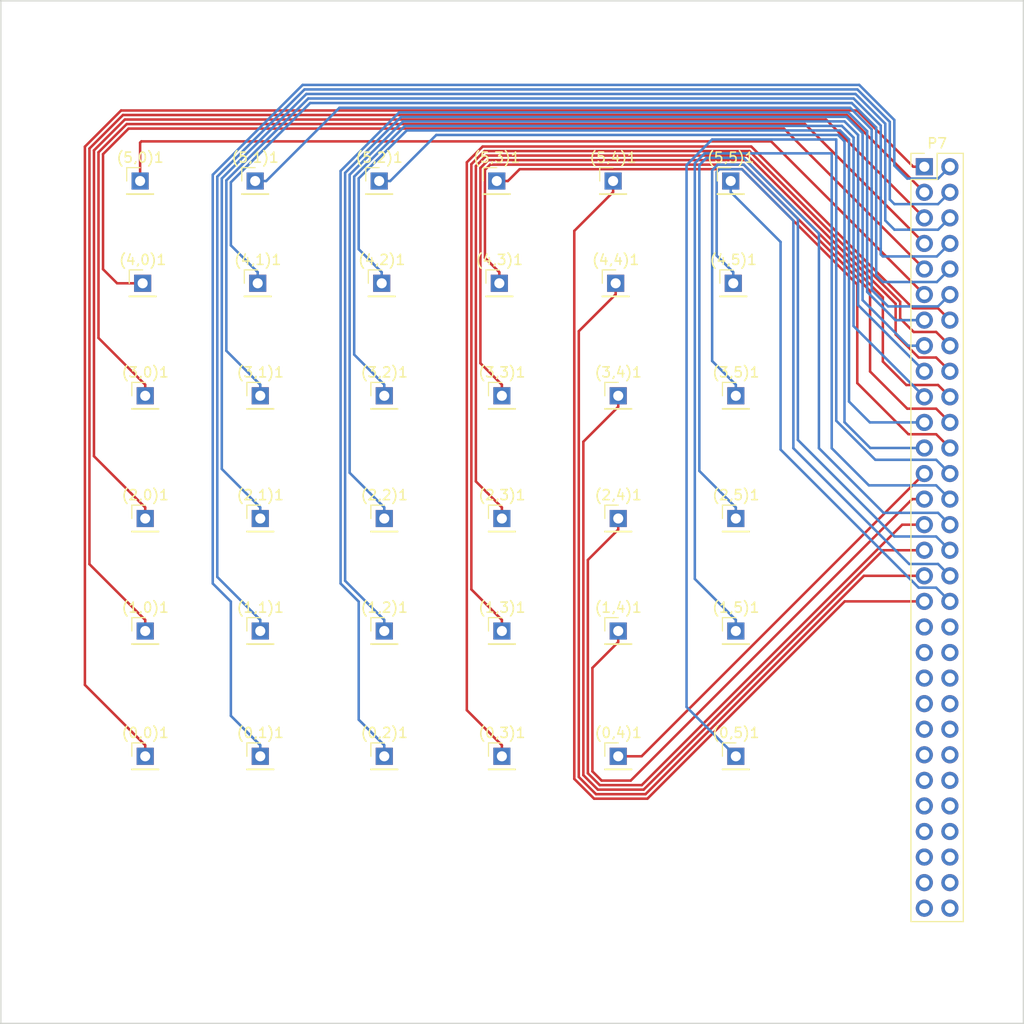
<source format=kicad_pcb>
(kicad_pcb (version 4) (host pcbnew 4.0.7)

  (general
    (links 36)
    (no_connects 0)
    (area 101.524999 50.724999 203.275001 152.475001)
    (thickness 1.6)
    (drawings 4)
    (tracks 299)
    (zones 0)
    (modules 37)
    (nets 61)
  )

  (page A4)
  (layers
    (0 F.Cu signal)
    (31 B.Cu signal)
    (32 B.Adhes user)
    (33 F.Adhes user)
    (34 B.Paste user)
    (35 F.Paste user)
    (36 B.SilkS user)
    (37 F.SilkS user)
    (38 B.Mask user)
    (39 F.Mask user)
    (40 Dwgs.User user)
    (41 Cmts.User user)
    (42 Eco1.User user)
    (43 Eco2.User user)
    (44 Edge.Cuts user)
    (45 Margin user)
    (46 B.CrtYd user)
    (47 F.CrtYd user)
    (48 B.Fab user)
    (49 F.Fab user)
  )

  (setup
    (last_trace_width 0.25)
    (trace_clearance 0.2)
    (zone_clearance 0.508)
    (zone_45_only no)
    (trace_min 0.2)
    (segment_width 0.2)
    (edge_width 0.15)
    (via_size 0.6)
    (via_drill 0.4)
    (via_min_size 0.4)
    (via_min_drill 0.3)
    (uvia_size 0.3)
    (uvia_drill 0.1)
    (uvias_allowed no)
    (uvia_min_size 0.2)
    (uvia_min_drill 0.1)
    (pcb_text_width 0.3)
    (pcb_text_size 1.5 1.5)
    (mod_edge_width 0.15)
    (mod_text_size 1 1)
    (mod_text_width 0.15)
    (pad_size 1.524 1.524)
    (pad_drill 0.762)
    (pad_to_mask_clearance 0.2)
    (aux_axis_origin 0 0)
    (visible_elements 7FFFEFFF)
    (pcbplotparams
      (layerselection 0x010f0_80000001)
      (usegerberextensions true)
      (excludeedgelayer true)
      (linewidth 0.100000)
      (plotframeref false)
      (viasonmask false)
      (mode 1)
      (useauxorigin false)
      (hpglpennumber 1)
      (hpglpenspeed 20)
      (hpglpendiameter 15)
      (hpglpenoverlay 2)
      (psnegative false)
      (psa4output false)
      (plotreference true)
      (plotvalue true)
      (plotinvisibletext false)
      (padsonsilk false)
      (subtractmaskfromsilk false)
      (outputformat 1)
      (mirror false)
      (drillshape 0)
      (scaleselection 1)
      (outputdirectory "C:/Users/Cyr/Desktop/EClub Projects/ExportFiles/"))
  )

  (net 0 "")
  (net 1 /P_00_00)
  (net 2 /P_00_01)
  (net 3 /P_00_02)
  (net 4 /P_00_03)
  (net 5 /P_00_04)
  (net 6 /P_00_05)
  (net 7 /P_01_00)
  (net 8 /P_01_01)
  (net 9 /P_01_02)
  (net 10 /P_01_03)
  (net 11 /P_01_04)
  (net 12 /P_01_05)
  (net 13 /P_02_00)
  (net 14 /P_02_01)
  (net 15 /P_02_02)
  (net 16 /P_02_03)
  (net 17 /P_02_04)
  (net 18 /P_02_05)
  (net 19 /P_03_00)
  (net 20 /P_03_01)
  (net 21 /P_03_02)
  (net 22 /P_03_03)
  (net 23 /P_03_04)
  (net 24 /P_03_05)
  (net 25 /P_04_00)
  (net 26 /P_04_01)
  (net 27 /P_04_02)
  (net 28 /P_04_03)
  (net 29 /P_04_04)
  (net 30 /P_04_05)
  (net 31 /P_05_00)
  (net 32 /P_05_01)
  (net 33 /P_05_02)
  (net 34 /P_05_03)
  (net 35 /P_05_04)
  (net 36 /P_05_05)
  (net 37 "Net-(P7-Pad37)")
  (net 38 "Net-(P7-Pad38)")
  (net 39 "Net-(P7-Pad39)")
  (net 40 "Net-(P7-Pad40)")
  (net 41 "Net-(P7-Pad41)")
  (net 42 "Net-(P7-Pad42)")
  (net 43 /L_00_R)
  (net 44 "Net-(P7-Pad44)")
  (net 45 /L_00_G)
  (net 46 "Net-(P7-Pad46)")
  (net 47 /L_00_B)
  (net 48 "Net-(P7-Pad48)")
  (net 49 /L_02_R)
  (net 50 "Net-(P7-Pad50)")
  (net 51 /L_02_G)
  (net 52 "Net-(P7-Pad52)")
  (net 53 /L_02_B)
  (net 54 "Net-(P7-Pad54)")
  (net 55 /L_01_R)
  (net 56 "Net-(P7-Pad56)")
  (net 57 /L_01_G)
  (net 58 "Net-(P7-Pad58)")
  (net 59 /L_01_B)
  (net 60 "Net-(P7-Pad60)")

  (net_class Default "This is the default net class."
    (clearance 0.2)
    (trace_width 0.25)
    (via_dia 0.6)
    (via_drill 0.4)
    (uvia_dia 0.3)
    (uvia_drill 0.1)
    (add_net /L_00_B)
    (add_net /L_00_G)
    (add_net /L_00_R)
    (add_net /L_01_B)
    (add_net /L_01_G)
    (add_net /L_01_R)
    (add_net /L_02_B)
    (add_net /L_02_G)
    (add_net /L_02_R)
    (add_net /P_00_00)
    (add_net /P_00_01)
    (add_net /P_00_02)
    (add_net /P_00_03)
    (add_net /P_00_04)
    (add_net /P_00_05)
    (add_net /P_01_00)
    (add_net /P_01_01)
    (add_net /P_01_02)
    (add_net /P_01_03)
    (add_net /P_01_04)
    (add_net /P_01_05)
    (add_net /P_02_00)
    (add_net /P_02_01)
    (add_net /P_02_02)
    (add_net /P_02_03)
    (add_net /P_02_04)
    (add_net /P_02_05)
    (add_net /P_03_00)
    (add_net /P_03_01)
    (add_net /P_03_02)
    (add_net /P_03_03)
    (add_net /P_03_04)
    (add_net /P_03_05)
    (add_net /P_04_00)
    (add_net /P_04_01)
    (add_net /P_04_02)
    (add_net /P_04_03)
    (add_net /P_04_04)
    (add_net /P_04_05)
    (add_net /P_05_00)
    (add_net /P_05_01)
    (add_net /P_05_02)
    (add_net /P_05_03)
    (add_net /P_05_04)
    (add_net /P_05_05)
    (add_net "Net-(P7-Pad37)")
    (add_net "Net-(P7-Pad38)")
    (add_net "Net-(P7-Pad39)")
    (add_net "Net-(P7-Pad40)")
    (add_net "Net-(P7-Pad41)")
    (add_net "Net-(P7-Pad42)")
    (add_net "Net-(P7-Pad44)")
    (add_net "Net-(P7-Pad46)")
    (add_net "Net-(P7-Pad48)")
    (add_net "Net-(P7-Pad50)")
    (add_net "Net-(P7-Pad52)")
    (add_net "Net-(P7-Pad54)")
    (add_net "Net-(P7-Pad56)")
    (add_net "Net-(P7-Pad58)")
    (add_net "Net-(P7-Pad60)")
  )

  (module Pin_Headers:Pin_Header_Straight_1x01_Pitch2.54mm (layer F.Cu) (tedit 59650532) (tstamp 5A6BAC0F)
    (at 115.951 125.857)
    (descr "Through hole straight pin header, 1x01, 2.54mm pitch, single row")
    (tags "Through hole pin header THT 1x01 2.54mm single row")
    (path /5A6BA20B)
    (fp_text reference "(0,0)1" (at 0 -2.33) (layer F.SilkS)
      (effects (font (size 1 1) (thickness 0.15)))
    )
    (fp_text value Conn_01x01 (at 0 2.33) (layer F.Fab)
      (effects (font (size 1 1) (thickness 0.15)))
    )
    (fp_line (start -0.635 -1.27) (end 1.27 -1.27) (layer F.Fab) (width 0.1))
    (fp_line (start 1.27 -1.27) (end 1.27 1.27) (layer F.Fab) (width 0.1))
    (fp_line (start 1.27 1.27) (end -1.27 1.27) (layer F.Fab) (width 0.1))
    (fp_line (start -1.27 1.27) (end -1.27 -0.635) (layer F.Fab) (width 0.1))
    (fp_line (start -1.27 -0.635) (end -0.635 -1.27) (layer F.Fab) (width 0.1))
    (fp_line (start -1.33 1.33) (end 1.33 1.33) (layer F.SilkS) (width 0.12))
    (fp_line (start -1.33 1.27) (end -1.33 1.33) (layer F.SilkS) (width 0.12))
    (fp_line (start 1.33 1.27) (end 1.33 1.33) (layer F.SilkS) (width 0.12))
    (fp_line (start -1.33 1.27) (end 1.33 1.27) (layer F.SilkS) (width 0.12))
    (fp_line (start -1.33 0) (end -1.33 -1.33) (layer F.SilkS) (width 0.12))
    (fp_line (start -1.33 -1.33) (end 0 -1.33) (layer F.SilkS) (width 0.12))
    (fp_line (start -1.8 -1.8) (end -1.8 1.8) (layer F.CrtYd) (width 0.05))
    (fp_line (start -1.8 1.8) (end 1.8 1.8) (layer F.CrtYd) (width 0.05))
    (fp_line (start 1.8 1.8) (end 1.8 -1.8) (layer F.CrtYd) (width 0.05))
    (fp_line (start 1.8 -1.8) (end -1.8 -1.8) (layer F.CrtYd) (width 0.05))
    (fp_text user %R (at 0 0 90) (layer F.Fab)
      (effects (font (size 1 1) (thickness 0.15)))
    )
    (pad 1 thru_hole rect (at 0 0) (size 1.7 1.7) (drill 1) (layers *.Cu *.Mask)
      (net 1 /P_00_00))
    (model ${KISYS3DMOD}/Pin_Headers.3dshapes/Pin_Header_Straight_1x01_Pitch2.54mm.wrl
      (at (xyz 0 0 0))
      (scale (xyz 1 1 1))
      (rotate (xyz 0 0 0))
    )
  )

  (module Pin_Headers:Pin_Header_Straight_1x01_Pitch2.54mm (layer F.Cu) (tedit 59650532) (tstamp 5A6BAC14)
    (at 127.381 125.857)
    (descr "Through hole straight pin header, 1x01, 2.54mm pitch, single row")
    (tags "Through hole pin header THT 1x01 2.54mm single row")
    (path /5A6BA685)
    (fp_text reference "(0,1)1" (at 0 -2.33) (layer F.SilkS)
      (effects (font (size 1 1) (thickness 0.15)))
    )
    (fp_text value Conn_01x01 (at 0 2.33) (layer F.Fab)
      (effects (font (size 1 1) (thickness 0.15)))
    )
    (fp_line (start -0.635 -1.27) (end 1.27 -1.27) (layer F.Fab) (width 0.1))
    (fp_line (start 1.27 -1.27) (end 1.27 1.27) (layer F.Fab) (width 0.1))
    (fp_line (start 1.27 1.27) (end -1.27 1.27) (layer F.Fab) (width 0.1))
    (fp_line (start -1.27 1.27) (end -1.27 -0.635) (layer F.Fab) (width 0.1))
    (fp_line (start -1.27 -0.635) (end -0.635 -1.27) (layer F.Fab) (width 0.1))
    (fp_line (start -1.33 1.33) (end 1.33 1.33) (layer F.SilkS) (width 0.12))
    (fp_line (start -1.33 1.27) (end -1.33 1.33) (layer F.SilkS) (width 0.12))
    (fp_line (start 1.33 1.27) (end 1.33 1.33) (layer F.SilkS) (width 0.12))
    (fp_line (start -1.33 1.27) (end 1.33 1.27) (layer F.SilkS) (width 0.12))
    (fp_line (start -1.33 0) (end -1.33 -1.33) (layer F.SilkS) (width 0.12))
    (fp_line (start -1.33 -1.33) (end 0 -1.33) (layer F.SilkS) (width 0.12))
    (fp_line (start -1.8 -1.8) (end -1.8 1.8) (layer F.CrtYd) (width 0.05))
    (fp_line (start -1.8 1.8) (end 1.8 1.8) (layer F.CrtYd) (width 0.05))
    (fp_line (start 1.8 1.8) (end 1.8 -1.8) (layer F.CrtYd) (width 0.05))
    (fp_line (start 1.8 -1.8) (end -1.8 -1.8) (layer F.CrtYd) (width 0.05))
    (fp_text user %R (at 0 0 90) (layer F.Fab)
      (effects (font (size 1 1) (thickness 0.15)))
    )
    (pad 1 thru_hole rect (at 0 0) (size 1.7 1.7) (drill 1) (layers *.Cu *.Mask)
      (net 2 /P_00_01))
    (model ${KISYS3DMOD}/Pin_Headers.3dshapes/Pin_Header_Straight_1x01_Pitch2.54mm.wrl
      (at (xyz 0 0 0))
      (scale (xyz 1 1 1))
      (rotate (xyz 0 0 0))
    )
  )

  (module Pin_Headers:Pin_Header_Straight_1x01_Pitch2.54mm (layer F.Cu) (tedit 59650532) (tstamp 5A6BAC19)
    (at 139.7 125.857)
    (descr "Through hole straight pin header, 1x01, 2.54mm pitch, single row")
    (tags "Through hole pin header THT 1x01 2.54mm single row")
    (path /5A6BA6C3)
    (fp_text reference "(0,2)1" (at 0 -2.33) (layer F.SilkS)
      (effects (font (size 1 1) (thickness 0.15)))
    )
    (fp_text value Conn_01x01 (at 0 2.33) (layer F.Fab)
      (effects (font (size 1 1) (thickness 0.15)))
    )
    (fp_line (start -0.635 -1.27) (end 1.27 -1.27) (layer F.Fab) (width 0.1))
    (fp_line (start 1.27 -1.27) (end 1.27 1.27) (layer F.Fab) (width 0.1))
    (fp_line (start 1.27 1.27) (end -1.27 1.27) (layer F.Fab) (width 0.1))
    (fp_line (start -1.27 1.27) (end -1.27 -0.635) (layer F.Fab) (width 0.1))
    (fp_line (start -1.27 -0.635) (end -0.635 -1.27) (layer F.Fab) (width 0.1))
    (fp_line (start -1.33 1.33) (end 1.33 1.33) (layer F.SilkS) (width 0.12))
    (fp_line (start -1.33 1.27) (end -1.33 1.33) (layer F.SilkS) (width 0.12))
    (fp_line (start 1.33 1.27) (end 1.33 1.33) (layer F.SilkS) (width 0.12))
    (fp_line (start -1.33 1.27) (end 1.33 1.27) (layer F.SilkS) (width 0.12))
    (fp_line (start -1.33 0) (end -1.33 -1.33) (layer F.SilkS) (width 0.12))
    (fp_line (start -1.33 -1.33) (end 0 -1.33) (layer F.SilkS) (width 0.12))
    (fp_line (start -1.8 -1.8) (end -1.8 1.8) (layer F.CrtYd) (width 0.05))
    (fp_line (start -1.8 1.8) (end 1.8 1.8) (layer F.CrtYd) (width 0.05))
    (fp_line (start 1.8 1.8) (end 1.8 -1.8) (layer F.CrtYd) (width 0.05))
    (fp_line (start 1.8 -1.8) (end -1.8 -1.8) (layer F.CrtYd) (width 0.05))
    (fp_text user %R (at 0 0 90) (layer F.Fab)
      (effects (font (size 1 1) (thickness 0.15)))
    )
    (pad 1 thru_hole rect (at 0 0) (size 1.7 1.7) (drill 1) (layers *.Cu *.Mask)
      (net 3 /P_00_02))
    (model ${KISYS3DMOD}/Pin_Headers.3dshapes/Pin_Header_Straight_1x01_Pitch2.54mm.wrl
      (at (xyz 0 0 0))
      (scale (xyz 1 1 1))
      (rotate (xyz 0 0 0))
    )
  )

  (module Pin_Headers:Pin_Header_Straight_1x01_Pitch2.54mm (layer F.Cu) (tedit 59650532) (tstamp 5A6BAC1E)
    (at 151.384 125.857)
    (descr "Through hole straight pin header, 1x01, 2.54mm pitch, single row")
    (tags "Through hole pin header THT 1x01 2.54mm single row")
    (path /5A6BA6F8)
    (fp_text reference "(0,3)1" (at 0 -2.33) (layer F.SilkS)
      (effects (font (size 1 1) (thickness 0.15)))
    )
    (fp_text value Conn_01x01 (at 0 2.33) (layer F.Fab)
      (effects (font (size 1 1) (thickness 0.15)))
    )
    (fp_line (start -0.635 -1.27) (end 1.27 -1.27) (layer F.Fab) (width 0.1))
    (fp_line (start 1.27 -1.27) (end 1.27 1.27) (layer F.Fab) (width 0.1))
    (fp_line (start 1.27 1.27) (end -1.27 1.27) (layer F.Fab) (width 0.1))
    (fp_line (start -1.27 1.27) (end -1.27 -0.635) (layer F.Fab) (width 0.1))
    (fp_line (start -1.27 -0.635) (end -0.635 -1.27) (layer F.Fab) (width 0.1))
    (fp_line (start -1.33 1.33) (end 1.33 1.33) (layer F.SilkS) (width 0.12))
    (fp_line (start -1.33 1.27) (end -1.33 1.33) (layer F.SilkS) (width 0.12))
    (fp_line (start 1.33 1.27) (end 1.33 1.33) (layer F.SilkS) (width 0.12))
    (fp_line (start -1.33 1.27) (end 1.33 1.27) (layer F.SilkS) (width 0.12))
    (fp_line (start -1.33 0) (end -1.33 -1.33) (layer F.SilkS) (width 0.12))
    (fp_line (start -1.33 -1.33) (end 0 -1.33) (layer F.SilkS) (width 0.12))
    (fp_line (start -1.8 -1.8) (end -1.8 1.8) (layer F.CrtYd) (width 0.05))
    (fp_line (start -1.8 1.8) (end 1.8 1.8) (layer F.CrtYd) (width 0.05))
    (fp_line (start 1.8 1.8) (end 1.8 -1.8) (layer F.CrtYd) (width 0.05))
    (fp_line (start 1.8 -1.8) (end -1.8 -1.8) (layer F.CrtYd) (width 0.05))
    (fp_text user %R (at 0 0 90) (layer F.Fab)
      (effects (font (size 1 1) (thickness 0.15)))
    )
    (pad 1 thru_hole rect (at 0 0) (size 1.7 1.7) (drill 1) (layers *.Cu *.Mask)
      (net 4 /P_00_03))
    (model ${KISYS3DMOD}/Pin_Headers.3dshapes/Pin_Header_Straight_1x01_Pitch2.54mm.wrl
      (at (xyz 0 0 0))
      (scale (xyz 1 1 1))
      (rotate (xyz 0 0 0))
    )
  )

  (module Pin_Headers:Pin_Header_Straight_1x01_Pitch2.54mm (layer F.Cu) (tedit 59650532) (tstamp 5A6BAC23)
    (at 162.941 125.857)
    (descr "Through hole straight pin header, 1x01, 2.54mm pitch, single row")
    (tags "Through hole pin header THT 1x01 2.54mm single row")
    (path /5A6BA71E)
    (fp_text reference "(0,4)1" (at 0 -2.33) (layer F.SilkS)
      (effects (font (size 1 1) (thickness 0.15)))
    )
    (fp_text value Conn_01x01 (at 0 2.33) (layer F.Fab)
      (effects (font (size 1 1) (thickness 0.15)))
    )
    (fp_line (start -0.635 -1.27) (end 1.27 -1.27) (layer F.Fab) (width 0.1))
    (fp_line (start 1.27 -1.27) (end 1.27 1.27) (layer F.Fab) (width 0.1))
    (fp_line (start 1.27 1.27) (end -1.27 1.27) (layer F.Fab) (width 0.1))
    (fp_line (start -1.27 1.27) (end -1.27 -0.635) (layer F.Fab) (width 0.1))
    (fp_line (start -1.27 -0.635) (end -0.635 -1.27) (layer F.Fab) (width 0.1))
    (fp_line (start -1.33 1.33) (end 1.33 1.33) (layer F.SilkS) (width 0.12))
    (fp_line (start -1.33 1.27) (end -1.33 1.33) (layer F.SilkS) (width 0.12))
    (fp_line (start 1.33 1.27) (end 1.33 1.33) (layer F.SilkS) (width 0.12))
    (fp_line (start -1.33 1.27) (end 1.33 1.27) (layer F.SilkS) (width 0.12))
    (fp_line (start -1.33 0) (end -1.33 -1.33) (layer F.SilkS) (width 0.12))
    (fp_line (start -1.33 -1.33) (end 0 -1.33) (layer F.SilkS) (width 0.12))
    (fp_line (start -1.8 -1.8) (end -1.8 1.8) (layer F.CrtYd) (width 0.05))
    (fp_line (start -1.8 1.8) (end 1.8 1.8) (layer F.CrtYd) (width 0.05))
    (fp_line (start 1.8 1.8) (end 1.8 -1.8) (layer F.CrtYd) (width 0.05))
    (fp_line (start 1.8 -1.8) (end -1.8 -1.8) (layer F.CrtYd) (width 0.05))
    (fp_text user %R (at 0 0 90) (layer F.Fab)
      (effects (font (size 1 1) (thickness 0.15)))
    )
    (pad 1 thru_hole rect (at 0 0) (size 1.7 1.7) (drill 1) (layers *.Cu *.Mask)
      (net 5 /P_00_04))
    (model ${KISYS3DMOD}/Pin_Headers.3dshapes/Pin_Header_Straight_1x01_Pitch2.54mm.wrl
      (at (xyz 0 0 0))
      (scale (xyz 1 1 1))
      (rotate (xyz 0 0 0))
    )
  )

  (module Pin_Headers:Pin_Header_Straight_1x01_Pitch2.54mm (layer F.Cu) (tedit 59650532) (tstamp 5A6BAC28)
    (at 174.625 125.857)
    (descr "Through hole straight pin header, 1x01, 2.54mm pitch, single row")
    (tags "Through hole pin header THT 1x01 2.54mm single row")
    (path /5A6BA751)
    (fp_text reference "(0,5)1" (at 0 -2.33) (layer F.SilkS)
      (effects (font (size 1 1) (thickness 0.15)))
    )
    (fp_text value Conn_01x01 (at 0 2.33) (layer F.Fab)
      (effects (font (size 1 1) (thickness 0.15)))
    )
    (fp_line (start -0.635 -1.27) (end 1.27 -1.27) (layer F.Fab) (width 0.1))
    (fp_line (start 1.27 -1.27) (end 1.27 1.27) (layer F.Fab) (width 0.1))
    (fp_line (start 1.27 1.27) (end -1.27 1.27) (layer F.Fab) (width 0.1))
    (fp_line (start -1.27 1.27) (end -1.27 -0.635) (layer F.Fab) (width 0.1))
    (fp_line (start -1.27 -0.635) (end -0.635 -1.27) (layer F.Fab) (width 0.1))
    (fp_line (start -1.33 1.33) (end 1.33 1.33) (layer F.SilkS) (width 0.12))
    (fp_line (start -1.33 1.27) (end -1.33 1.33) (layer F.SilkS) (width 0.12))
    (fp_line (start 1.33 1.27) (end 1.33 1.33) (layer F.SilkS) (width 0.12))
    (fp_line (start -1.33 1.27) (end 1.33 1.27) (layer F.SilkS) (width 0.12))
    (fp_line (start -1.33 0) (end -1.33 -1.33) (layer F.SilkS) (width 0.12))
    (fp_line (start -1.33 -1.33) (end 0 -1.33) (layer F.SilkS) (width 0.12))
    (fp_line (start -1.8 -1.8) (end -1.8 1.8) (layer F.CrtYd) (width 0.05))
    (fp_line (start -1.8 1.8) (end 1.8 1.8) (layer F.CrtYd) (width 0.05))
    (fp_line (start 1.8 1.8) (end 1.8 -1.8) (layer F.CrtYd) (width 0.05))
    (fp_line (start 1.8 -1.8) (end -1.8 -1.8) (layer F.CrtYd) (width 0.05))
    (fp_text user %R (at 0 0 90) (layer F.Fab)
      (effects (font (size 1 1) (thickness 0.15)))
    )
    (pad 1 thru_hole rect (at 0 0) (size 1.7 1.7) (drill 1) (layers *.Cu *.Mask)
      (net 6 /P_00_05))
    (model ${KISYS3DMOD}/Pin_Headers.3dshapes/Pin_Header_Straight_1x01_Pitch2.54mm.wrl
      (at (xyz 0 0 0))
      (scale (xyz 1 1 1))
      (rotate (xyz 0 0 0))
    )
  )

  (module Pin_Headers:Pin_Header_Straight_1x01_Pitch2.54mm (layer F.Cu) (tedit 59650532) (tstamp 5A6BAC2D)
    (at 115.951 113.411)
    (descr "Through hole straight pin header, 1x01, 2.54mm pitch, single row")
    (tags "Through hole pin header THT 1x01 2.54mm single row")
    (path /5A6BA907)
    (fp_text reference "(1,0)1" (at 0 -2.33) (layer F.SilkS)
      (effects (font (size 1 1) (thickness 0.15)))
    )
    (fp_text value Conn_01x01 (at 0 2.33) (layer F.Fab)
      (effects (font (size 1 1) (thickness 0.15)))
    )
    (fp_line (start -0.635 -1.27) (end 1.27 -1.27) (layer F.Fab) (width 0.1))
    (fp_line (start 1.27 -1.27) (end 1.27 1.27) (layer F.Fab) (width 0.1))
    (fp_line (start 1.27 1.27) (end -1.27 1.27) (layer F.Fab) (width 0.1))
    (fp_line (start -1.27 1.27) (end -1.27 -0.635) (layer F.Fab) (width 0.1))
    (fp_line (start -1.27 -0.635) (end -0.635 -1.27) (layer F.Fab) (width 0.1))
    (fp_line (start -1.33 1.33) (end 1.33 1.33) (layer F.SilkS) (width 0.12))
    (fp_line (start -1.33 1.27) (end -1.33 1.33) (layer F.SilkS) (width 0.12))
    (fp_line (start 1.33 1.27) (end 1.33 1.33) (layer F.SilkS) (width 0.12))
    (fp_line (start -1.33 1.27) (end 1.33 1.27) (layer F.SilkS) (width 0.12))
    (fp_line (start -1.33 0) (end -1.33 -1.33) (layer F.SilkS) (width 0.12))
    (fp_line (start -1.33 -1.33) (end 0 -1.33) (layer F.SilkS) (width 0.12))
    (fp_line (start -1.8 -1.8) (end -1.8 1.8) (layer F.CrtYd) (width 0.05))
    (fp_line (start -1.8 1.8) (end 1.8 1.8) (layer F.CrtYd) (width 0.05))
    (fp_line (start 1.8 1.8) (end 1.8 -1.8) (layer F.CrtYd) (width 0.05))
    (fp_line (start 1.8 -1.8) (end -1.8 -1.8) (layer F.CrtYd) (width 0.05))
    (fp_text user %R (at 0 0 90) (layer F.Fab)
      (effects (font (size 1 1) (thickness 0.15)))
    )
    (pad 1 thru_hole rect (at 0 0) (size 1.7 1.7) (drill 1) (layers *.Cu *.Mask)
      (net 7 /P_01_00))
    (model ${KISYS3DMOD}/Pin_Headers.3dshapes/Pin_Header_Straight_1x01_Pitch2.54mm.wrl
      (at (xyz 0 0 0))
      (scale (xyz 1 1 1))
      (rotate (xyz 0 0 0))
    )
  )

  (module Pin_Headers:Pin_Header_Straight_1x01_Pitch2.54mm (layer F.Cu) (tedit 59650532) (tstamp 5A6BAC32)
    (at 127.381 113.411)
    (descr "Through hole straight pin header, 1x01, 2.54mm pitch, single row")
    (tags "Through hole pin header THT 1x01 2.54mm single row")
    (path /5A6BA90E)
    (fp_text reference "(1,1)1" (at 0 -2.33) (layer F.SilkS)
      (effects (font (size 1 1) (thickness 0.15)))
    )
    (fp_text value Conn_01x01 (at 0 2.33) (layer F.Fab)
      (effects (font (size 1 1) (thickness 0.15)))
    )
    (fp_line (start -0.635 -1.27) (end 1.27 -1.27) (layer F.Fab) (width 0.1))
    (fp_line (start 1.27 -1.27) (end 1.27 1.27) (layer F.Fab) (width 0.1))
    (fp_line (start 1.27 1.27) (end -1.27 1.27) (layer F.Fab) (width 0.1))
    (fp_line (start -1.27 1.27) (end -1.27 -0.635) (layer F.Fab) (width 0.1))
    (fp_line (start -1.27 -0.635) (end -0.635 -1.27) (layer F.Fab) (width 0.1))
    (fp_line (start -1.33 1.33) (end 1.33 1.33) (layer F.SilkS) (width 0.12))
    (fp_line (start -1.33 1.27) (end -1.33 1.33) (layer F.SilkS) (width 0.12))
    (fp_line (start 1.33 1.27) (end 1.33 1.33) (layer F.SilkS) (width 0.12))
    (fp_line (start -1.33 1.27) (end 1.33 1.27) (layer F.SilkS) (width 0.12))
    (fp_line (start -1.33 0) (end -1.33 -1.33) (layer F.SilkS) (width 0.12))
    (fp_line (start -1.33 -1.33) (end 0 -1.33) (layer F.SilkS) (width 0.12))
    (fp_line (start -1.8 -1.8) (end -1.8 1.8) (layer F.CrtYd) (width 0.05))
    (fp_line (start -1.8 1.8) (end 1.8 1.8) (layer F.CrtYd) (width 0.05))
    (fp_line (start 1.8 1.8) (end 1.8 -1.8) (layer F.CrtYd) (width 0.05))
    (fp_line (start 1.8 -1.8) (end -1.8 -1.8) (layer F.CrtYd) (width 0.05))
    (fp_text user %R (at 0 0 90) (layer F.Fab)
      (effects (font (size 1 1) (thickness 0.15)))
    )
    (pad 1 thru_hole rect (at 0 0) (size 1.7 1.7) (drill 1) (layers *.Cu *.Mask)
      (net 8 /P_01_01))
    (model ${KISYS3DMOD}/Pin_Headers.3dshapes/Pin_Header_Straight_1x01_Pitch2.54mm.wrl
      (at (xyz 0 0 0))
      (scale (xyz 1 1 1))
      (rotate (xyz 0 0 0))
    )
  )

  (module Pin_Headers:Pin_Header_Straight_1x01_Pitch2.54mm (layer F.Cu) (tedit 59650532) (tstamp 5A6BAC37)
    (at 139.7 113.411)
    (descr "Through hole straight pin header, 1x01, 2.54mm pitch, single row")
    (tags "Through hole pin header THT 1x01 2.54mm single row")
    (path /5A6BA915)
    (fp_text reference "(1,2)1" (at 0 -2.33) (layer F.SilkS)
      (effects (font (size 1 1) (thickness 0.15)))
    )
    (fp_text value Conn_01x01 (at 0 2.33) (layer F.Fab)
      (effects (font (size 1 1) (thickness 0.15)))
    )
    (fp_line (start -0.635 -1.27) (end 1.27 -1.27) (layer F.Fab) (width 0.1))
    (fp_line (start 1.27 -1.27) (end 1.27 1.27) (layer F.Fab) (width 0.1))
    (fp_line (start 1.27 1.27) (end -1.27 1.27) (layer F.Fab) (width 0.1))
    (fp_line (start -1.27 1.27) (end -1.27 -0.635) (layer F.Fab) (width 0.1))
    (fp_line (start -1.27 -0.635) (end -0.635 -1.27) (layer F.Fab) (width 0.1))
    (fp_line (start -1.33 1.33) (end 1.33 1.33) (layer F.SilkS) (width 0.12))
    (fp_line (start -1.33 1.27) (end -1.33 1.33) (layer F.SilkS) (width 0.12))
    (fp_line (start 1.33 1.27) (end 1.33 1.33) (layer F.SilkS) (width 0.12))
    (fp_line (start -1.33 1.27) (end 1.33 1.27) (layer F.SilkS) (width 0.12))
    (fp_line (start -1.33 0) (end -1.33 -1.33) (layer F.SilkS) (width 0.12))
    (fp_line (start -1.33 -1.33) (end 0 -1.33) (layer F.SilkS) (width 0.12))
    (fp_line (start -1.8 -1.8) (end -1.8 1.8) (layer F.CrtYd) (width 0.05))
    (fp_line (start -1.8 1.8) (end 1.8 1.8) (layer F.CrtYd) (width 0.05))
    (fp_line (start 1.8 1.8) (end 1.8 -1.8) (layer F.CrtYd) (width 0.05))
    (fp_line (start 1.8 -1.8) (end -1.8 -1.8) (layer F.CrtYd) (width 0.05))
    (fp_text user %R (at 0 0 90) (layer F.Fab)
      (effects (font (size 1 1) (thickness 0.15)))
    )
    (pad 1 thru_hole rect (at 0 0) (size 1.7 1.7) (drill 1) (layers *.Cu *.Mask)
      (net 9 /P_01_02))
    (model ${KISYS3DMOD}/Pin_Headers.3dshapes/Pin_Header_Straight_1x01_Pitch2.54mm.wrl
      (at (xyz 0 0 0))
      (scale (xyz 1 1 1))
      (rotate (xyz 0 0 0))
    )
  )

  (module Pin_Headers:Pin_Header_Straight_1x01_Pitch2.54mm (layer F.Cu) (tedit 59650532) (tstamp 5A6BAC3C)
    (at 151.384 113.411)
    (descr "Through hole straight pin header, 1x01, 2.54mm pitch, single row")
    (tags "Through hole pin header THT 1x01 2.54mm single row")
    (path /5A6BA91C)
    (fp_text reference "(1,3)1" (at 0 -2.33) (layer F.SilkS)
      (effects (font (size 1 1) (thickness 0.15)))
    )
    (fp_text value Conn_01x01 (at 0 2.33) (layer F.Fab)
      (effects (font (size 1 1) (thickness 0.15)))
    )
    (fp_line (start -0.635 -1.27) (end 1.27 -1.27) (layer F.Fab) (width 0.1))
    (fp_line (start 1.27 -1.27) (end 1.27 1.27) (layer F.Fab) (width 0.1))
    (fp_line (start 1.27 1.27) (end -1.27 1.27) (layer F.Fab) (width 0.1))
    (fp_line (start -1.27 1.27) (end -1.27 -0.635) (layer F.Fab) (width 0.1))
    (fp_line (start -1.27 -0.635) (end -0.635 -1.27) (layer F.Fab) (width 0.1))
    (fp_line (start -1.33 1.33) (end 1.33 1.33) (layer F.SilkS) (width 0.12))
    (fp_line (start -1.33 1.27) (end -1.33 1.33) (layer F.SilkS) (width 0.12))
    (fp_line (start 1.33 1.27) (end 1.33 1.33) (layer F.SilkS) (width 0.12))
    (fp_line (start -1.33 1.27) (end 1.33 1.27) (layer F.SilkS) (width 0.12))
    (fp_line (start -1.33 0) (end -1.33 -1.33) (layer F.SilkS) (width 0.12))
    (fp_line (start -1.33 -1.33) (end 0 -1.33) (layer F.SilkS) (width 0.12))
    (fp_line (start -1.8 -1.8) (end -1.8 1.8) (layer F.CrtYd) (width 0.05))
    (fp_line (start -1.8 1.8) (end 1.8 1.8) (layer F.CrtYd) (width 0.05))
    (fp_line (start 1.8 1.8) (end 1.8 -1.8) (layer F.CrtYd) (width 0.05))
    (fp_line (start 1.8 -1.8) (end -1.8 -1.8) (layer F.CrtYd) (width 0.05))
    (fp_text user %R (at 0 0 90) (layer F.Fab)
      (effects (font (size 1 1) (thickness 0.15)))
    )
    (pad 1 thru_hole rect (at 0 0) (size 1.7 1.7) (drill 1) (layers *.Cu *.Mask)
      (net 10 /P_01_03))
    (model ${KISYS3DMOD}/Pin_Headers.3dshapes/Pin_Header_Straight_1x01_Pitch2.54mm.wrl
      (at (xyz 0 0 0))
      (scale (xyz 1 1 1))
      (rotate (xyz 0 0 0))
    )
  )

  (module Pin_Headers:Pin_Header_Straight_1x01_Pitch2.54mm (layer F.Cu) (tedit 59650532) (tstamp 5A6BAC41)
    (at 162.941 113.411)
    (descr "Through hole straight pin header, 1x01, 2.54mm pitch, single row")
    (tags "Through hole pin header THT 1x01 2.54mm single row")
    (path /5A6BA923)
    (fp_text reference "(1,4)1" (at 0 -2.33) (layer F.SilkS)
      (effects (font (size 1 1) (thickness 0.15)))
    )
    (fp_text value Conn_01x01 (at 0 2.33) (layer F.Fab)
      (effects (font (size 1 1) (thickness 0.15)))
    )
    (fp_line (start -0.635 -1.27) (end 1.27 -1.27) (layer F.Fab) (width 0.1))
    (fp_line (start 1.27 -1.27) (end 1.27 1.27) (layer F.Fab) (width 0.1))
    (fp_line (start 1.27 1.27) (end -1.27 1.27) (layer F.Fab) (width 0.1))
    (fp_line (start -1.27 1.27) (end -1.27 -0.635) (layer F.Fab) (width 0.1))
    (fp_line (start -1.27 -0.635) (end -0.635 -1.27) (layer F.Fab) (width 0.1))
    (fp_line (start -1.33 1.33) (end 1.33 1.33) (layer F.SilkS) (width 0.12))
    (fp_line (start -1.33 1.27) (end -1.33 1.33) (layer F.SilkS) (width 0.12))
    (fp_line (start 1.33 1.27) (end 1.33 1.33) (layer F.SilkS) (width 0.12))
    (fp_line (start -1.33 1.27) (end 1.33 1.27) (layer F.SilkS) (width 0.12))
    (fp_line (start -1.33 0) (end -1.33 -1.33) (layer F.SilkS) (width 0.12))
    (fp_line (start -1.33 -1.33) (end 0 -1.33) (layer F.SilkS) (width 0.12))
    (fp_line (start -1.8 -1.8) (end -1.8 1.8) (layer F.CrtYd) (width 0.05))
    (fp_line (start -1.8 1.8) (end 1.8 1.8) (layer F.CrtYd) (width 0.05))
    (fp_line (start 1.8 1.8) (end 1.8 -1.8) (layer F.CrtYd) (width 0.05))
    (fp_line (start 1.8 -1.8) (end -1.8 -1.8) (layer F.CrtYd) (width 0.05))
    (fp_text user %R (at 0 0 90) (layer F.Fab)
      (effects (font (size 1 1) (thickness 0.15)))
    )
    (pad 1 thru_hole rect (at 0 0) (size 1.7 1.7) (drill 1) (layers *.Cu *.Mask)
      (net 11 /P_01_04))
    (model ${KISYS3DMOD}/Pin_Headers.3dshapes/Pin_Header_Straight_1x01_Pitch2.54mm.wrl
      (at (xyz 0 0 0))
      (scale (xyz 1 1 1))
      (rotate (xyz 0 0 0))
    )
  )

  (module Pin_Headers:Pin_Header_Straight_1x01_Pitch2.54mm (layer F.Cu) (tedit 59650532) (tstamp 5A6BAC46)
    (at 174.625 113.411)
    (descr "Through hole straight pin header, 1x01, 2.54mm pitch, single row")
    (tags "Through hole pin header THT 1x01 2.54mm single row")
    (path /5A6BA92A)
    (fp_text reference "(1,5)1" (at 0 -2.33) (layer F.SilkS)
      (effects (font (size 1 1) (thickness 0.15)))
    )
    (fp_text value Conn_01x01 (at 0 2.33) (layer F.Fab)
      (effects (font (size 1 1) (thickness 0.15)))
    )
    (fp_line (start -0.635 -1.27) (end 1.27 -1.27) (layer F.Fab) (width 0.1))
    (fp_line (start 1.27 -1.27) (end 1.27 1.27) (layer F.Fab) (width 0.1))
    (fp_line (start 1.27 1.27) (end -1.27 1.27) (layer F.Fab) (width 0.1))
    (fp_line (start -1.27 1.27) (end -1.27 -0.635) (layer F.Fab) (width 0.1))
    (fp_line (start -1.27 -0.635) (end -0.635 -1.27) (layer F.Fab) (width 0.1))
    (fp_line (start -1.33 1.33) (end 1.33 1.33) (layer F.SilkS) (width 0.12))
    (fp_line (start -1.33 1.27) (end -1.33 1.33) (layer F.SilkS) (width 0.12))
    (fp_line (start 1.33 1.27) (end 1.33 1.33) (layer F.SilkS) (width 0.12))
    (fp_line (start -1.33 1.27) (end 1.33 1.27) (layer F.SilkS) (width 0.12))
    (fp_line (start -1.33 0) (end -1.33 -1.33) (layer F.SilkS) (width 0.12))
    (fp_line (start -1.33 -1.33) (end 0 -1.33) (layer F.SilkS) (width 0.12))
    (fp_line (start -1.8 -1.8) (end -1.8 1.8) (layer F.CrtYd) (width 0.05))
    (fp_line (start -1.8 1.8) (end 1.8 1.8) (layer F.CrtYd) (width 0.05))
    (fp_line (start 1.8 1.8) (end 1.8 -1.8) (layer F.CrtYd) (width 0.05))
    (fp_line (start 1.8 -1.8) (end -1.8 -1.8) (layer F.CrtYd) (width 0.05))
    (fp_text user %R (at 0 0 90) (layer F.Fab)
      (effects (font (size 1 1) (thickness 0.15)))
    )
    (pad 1 thru_hole rect (at 0 0) (size 1.7 1.7) (drill 1) (layers *.Cu *.Mask)
      (net 12 /P_01_05))
    (model ${KISYS3DMOD}/Pin_Headers.3dshapes/Pin_Header_Straight_1x01_Pitch2.54mm.wrl
      (at (xyz 0 0 0))
      (scale (xyz 1 1 1))
      (rotate (xyz 0 0 0))
    )
  )

  (module Pin_Headers:Pin_Header_Straight_1x01_Pitch2.54mm (layer F.Cu) (tedit 59650532) (tstamp 5A6BAC4B)
    (at 115.951 102.235)
    (descr "Through hole straight pin header, 1x01, 2.54mm pitch, single row")
    (tags "Through hole pin header THT 1x01 2.54mm single row")
    (path /5A6BAA0A)
    (fp_text reference "(2,0)1" (at 0 -2.33) (layer F.SilkS)
      (effects (font (size 1 1) (thickness 0.15)))
    )
    (fp_text value Conn_01x01 (at 0 2.33) (layer F.Fab)
      (effects (font (size 1 1) (thickness 0.15)))
    )
    (fp_line (start -0.635 -1.27) (end 1.27 -1.27) (layer F.Fab) (width 0.1))
    (fp_line (start 1.27 -1.27) (end 1.27 1.27) (layer F.Fab) (width 0.1))
    (fp_line (start 1.27 1.27) (end -1.27 1.27) (layer F.Fab) (width 0.1))
    (fp_line (start -1.27 1.27) (end -1.27 -0.635) (layer F.Fab) (width 0.1))
    (fp_line (start -1.27 -0.635) (end -0.635 -1.27) (layer F.Fab) (width 0.1))
    (fp_line (start -1.33 1.33) (end 1.33 1.33) (layer F.SilkS) (width 0.12))
    (fp_line (start -1.33 1.27) (end -1.33 1.33) (layer F.SilkS) (width 0.12))
    (fp_line (start 1.33 1.27) (end 1.33 1.33) (layer F.SilkS) (width 0.12))
    (fp_line (start -1.33 1.27) (end 1.33 1.27) (layer F.SilkS) (width 0.12))
    (fp_line (start -1.33 0) (end -1.33 -1.33) (layer F.SilkS) (width 0.12))
    (fp_line (start -1.33 -1.33) (end 0 -1.33) (layer F.SilkS) (width 0.12))
    (fp_line (start -1.8 -1.8) (end -1.8 1.8) (layer F.CrtYd) (width 0.05))
    (fp_line (start -1.8 1.8) (end 1.8 1.8) (layer F.CrtYd) (width 0.05))
    (fp_line (start 1.8 1.8) (end 1.8 -1.8) (layer F.CrtYd) (width 0.05))
    (fp_line (start 1.8 -1.8) (end -1.8 -1.8) (layer F.CrtYd) (width 0.05))
    (fp_text user %R (at 0 0 90) (layer F.Fab)
      (effects (font (size 1 1) (thickness 0.15)))
    )
    (pad 1 thru_hole rect (at 0 0) (size 1.7 1.7) (drill 1) (layers *.Cu *.Mask)
      (net 13 /P_02_00))
    (model ${KISYS3DMOD}/Pin_Headers.3dshapes/Pin_Header_Straight_1x01_Pitch2.54mm.wrl
      (at (xyz 0 0 0))
      (scale (xyz 1 1 1))
      (rotate (xyz 0 0 0))
    )
  )

  (module Pin_Headers:Pin_Header_Straight_1x01_Pitch2.54mm (layer F.Cu) (tedit 59650532) (tstamp 5A6BAC50)
    (at 127.381 102.235)
    (descr "Through hole straight pin header, 1x01, 2.54mm pitch, single row")
    (tags "Through hole pin header THT 1x01 2.54mm single row")
    (path /5A6BAA11)
    (fp_text reference "(2,1)1" (at 0 -2.33) (layer F.SilkS)
      (effects (font (size 1 1) (thickness 0.15)))
    )
    (fp_text value Conn_01x01 (at 0 2.33) (layer F.Fab)
      (effects (font (size 1 1) (thickness 0.15)))
    )
    (fp_line (start -0.635 -1.27) (end 1.27 -1.27) (layer F.Fab) (width 0.1))
    (fp_line (start 1.27 -1.27) (end 1.27 1.27) (layer F.Fab) (width 0.1))
    (fp_line (start 1.27 1.27) (end -1.27 1.27) (layer F.Fab) (width 0.1))
    (fp_line (start -1.27 1.27) (end -1.27 -0.635) (layer F.Fab) (width 0.1))
    (fp_line (start -1.27 -0.635) (end -0.635 -1.27) (layer F.Fab) (width 0.1))
    (fp_line (start -1.33 1.33) (end 1.33 1.33) (layer F.SilkS) (width 0.12))
    (fp_line (start -1.33 1.27) (end -1.33 1.33) (layer F.SilkS) (width 0.12))
    (fp_line (start 1.33 1.27) (end 1.33 1.33) (layer F.SilkS) (width 0.12))
    (fp_line (start -1.33 1.27) (end 1.33 1.27) (layer F.SilkS) (width 0.12))
    (fp_line (start -1.33 0) (end -1.33 -1.33) (layer F.SilkS) (width 0.12))
    (fp_line (start -1.33 -1.33) (end 0 -1.33) (layer F.SilkS) (width 0.12))
    (fp_line (start -1.8 -1.8) (end -1.8 1.8) (layer F.CrtYd) (width 0.05))
    (fp_line (start -1.8 1.8) (end 1.8 1.8) (layer F.CrtYd) (width 0.05))
    (fp_line (start 1.8 1.8) (end 1.8 -1.8) (layer F.CrtYd) (width 0.05))
    (fp_line (start 1.8 -1.8) (end -1.8 -1.8) (layer F.CrtYd) (width 0.05))
    (fp_text user %R (at 0 0 90) (layer F.Fab)
      (effects (font (size 1 1) (thickness 0.15)))
    )
    (pad 1 thru_hole rect (at 0 0) (size 1.7 1.7) (drill 1) (layers *.Cu *.Mask)
      (net 14 /P_02_01))
    (model ${KISYS3DMOD}/Pin_Headers.3dshapes/Pin_Header_Straight_1x01_Pitch2.54mm.wrl
      (at (xyz 0 0 0))
      (scale (xyz 1 1 1))
      (rotate (xyz 0 0 0))
    )
  )

  (module Pin_Headers:Pin_Header_Straight_1x01_Pitch2.54mm (layer F.Cu) (tedit 59650532) (tstamp 5A6BAC55)
    (at 139.7 102.235)
    (descr "Through hole straight pin header, 1x01, 2.54mm pitch, single row")
    (tags "Through hole pin header THT 1x01 2.54mm single row")
    (path /5A6BAA18)
    (fp_text reference "(2,2)1" (at 0 -2.33) (layer F.SilkS)
      (effects (font (size 1 1) (thickness 0.15)))
    )
    (fp_text value Conn_01x01 (at 0 2.33) (layer F.Fab)
      (effects (font (size 1 1) (thickness 0.15)))
    )
    (fp_line (start -0.635 -1.27) (end 1.27 -1.27) (layer F.Fab) (width 0.1))
    (fp_line (start 1.27 -1.27) (end 1.27 1.27) (layer F.Fab) (width 0.1))
    (fp_line (start 1.27 1.27) (end -1.27 1.27) (layer F.Fab) (width 0.1))
    (fp_line (start -1.27 1.27) (end -1.27 -0.635) (layer F.Fab) (width 0.1))
    (fp_line (start -1.27 -0.635) (end -0.635 -1.27) (layer F.Fab) (width 0.1))
    (fp_line (start -1.33 1.33) (end 1.33 1.33) (layer F.SilkS) (width 0.12))
    (fp_line (start -1.33 1.27) (end -1.33 1.33) (layer F.SilkS) (width 0.12))
    (fp_line (start 1.33 1.27) (end 1.33 1.33) (layer F.SilkS) (width 0.12))
    (fp_line (start -1.33 1.27) (end 1.33 1.27) (layer F.SilkS) (width 0.12))
    (fp_line (start -1.33 0) (end -1.33 -1.33) (layer F.SilkS) (width 0.12))
    (fp_line (start -1.33 -1.33) (end 0 -1.33) (layer F.SilkS) (width 0.12))
    (fp_line (start -1.8 -1.8) (end -1.8 1.8) (layer F.CrtYd) (width 0.05))
    (fp_line (start -1.8 1.8) (end 1.8 1.8) (layer F.CrtYd) (width 0.05))
    (fp_line (start 1.8 1.8) (end 1.8 -1.8) (layer F.CrtYd) (width 0.05))
    (fp_line (start 1.8 -1.8) (end -1.8 -1.8) (layer F.CrtYd) (width 0.05))
    (fp_text user %R (at 0 0 90) (layer F.Fab)
      (effects (font (size 1 1) (thickness 0.15)))
    )
    (pad 1 thru_hole rect (at 0 0) (size 1.7 1.7) (drill 1) (layers *.Cu *.Mask)
      (net 15 /P_02_02))
    (model ${KISYS3DMOD}/Pin_Headers.3dshapes/Pin_Header_Straight_1x01_Pitch2.54mm.wrl
      (at (xyz 0 0 0))
      (scale (xyz 1 1 1))
      (rotate (xyz 0 0 0))
    )
  )

  (module Pin_Headers:Pin_Header_Straight_1x01_Pitch2.54mm (layer F.Cu) (tedit 59650532) (tstamp 5A6BAC5A)
    (at 151.384 102.235)
    (descr "Through hole straight pin header, 1x01, 2.54mm pitch, single row")
    (tags "Through hole pin header THT 1x01 2.54mm single row")
    (path /5A6BAA1F)
    (fp_text reference "(2,3)1" (at 0 -2.33) (layer F.SilkS)
      (effects (font (size 1 1) (thickness 0.15)))
    )
    (fp_text value Conn_01x01 (at 0 2.33) (layer F.Fab)
      (effects (font (size 1 1) (thickness 0.15)))
    )
    (fp_line (start -0.635 -1.27) (end 1.27 -1.27) (layer F.Fab) (width 0.1))
    (fp_line (start 1.27 -1.27) (end 1.27 1.27) (layer F.Fab) (width 0.1))
    (fp_line (start 1.27 1.27) (end -1.27 1.27) (layer F.Fab) (width 0.1))
    (fp_line (start -1.27 1.27) (end -1.27 -0.635) (layer F.Fab) (width 0.1))
    (fp_line (start -1.27 -0.635) (end -0.635 -1.27) (layer F.Fab) (width 0.1))
    (fp_line (start -1.33 1.33) (end 1.33 1.33) (layer F.SilkS) (width 0.12))
    (fp_line (start -1.33 1.27) (end -1.33 1.33) (layer F.SilkS) (width 0.12))
    (fp_line (start 1.33 1.27) (end 1.33 1.33) (layer F.SilkS) (width 0.12))
    (fp_line (start -1.33 1.27) (end 1.33 1.27) (layer F.SilkS) (width 0.12))
    (fp_line (start -1.33 0) (end -1.33 -1.33) (layer F.SilkS) (width 0.12))
    (fp_line (start -1.33 -1.33) (end 0 -1.33) (layer F.SilkS) (width 0.12))
    (fp_line (start -1.8 -1.8) (end -1.8 1.8) (layer F.CrtYd) (width 0.05))
    (fp_line (start -1.8 1.8) (end 1.8 1.8) (layer F.CrtYd) (width 0.05))
    (fp_line (start 1.8 1.8) (end 1.8 -1.8) (layer F.CrtYd) (width 0.05))
    (fp_line (start 1.8 -1.8) (end -1.8 -1.8) (layer F.CrtYd) (width 0.05))
    (fp_text user %R (at 0 0 90) (layer F.Fab)
      (effects (font (size 1 1) (thickness 0.15)))
    )
    (pad 1 thru_hole rect (at 0 0) (size 1.7 1.7) (drill 1) (layers *.Cu *.Mask)
      (net 16 /P_02_03))
    (model ${KISYS3DMOD}/Pin_Headers.3dshapes/Pin_Header_Straight_1x01_Pitch2.54mm.wrl
      (at (xyz 0 0 0))
      (scale (xyz 1 1 1))
      (rotate (xyz 0 0 0))
    )
  )

  (module Pin_Headers:Pin_Header_Straight_1x01_Pitch2.54mm (layer F.Cu) (tedit 59650532) (tstamp 5A6BAC5F)
    (at 162.941 102.235)
    (descr "Through hole straight pin header, 1x01, 2.54mm pitch, single row")
    (tags "Through hole pin header THT 1x01 2.54mm single row")
    (path /5A6BAA26)
    (fp_text reference "(2,4)1" (at 0 -2.33) (layer F.SilkS)
      (effects (font (size 1 1) (thickness 0.15)))
    )
    (fp_text value Conn_01x01 (at 0 2.33) (layer F.Fab)
      (effects (font (size 1 1) (thickness 0.15)))
    )
    (fp_line (start -0.635 -1.27) (end 1.27 -1.27) (layer F.Fab) (width 0.1))
    (fp_line (start 1.27 -1.27) (end 1.27 1.27) (layer F.Fab) (width 0.1))
    (fp_line (start 1.27 1.27) (end -1.27 1.27) (layer F.Fab) (width 0.1))
    (fp_line (start -1.27 1.27) (end -1.27 -0.635) (layer F.Fab) (width 0.1))
    (fp_line (start -1.27 -0.635) (end -0.635 -1.27) (layer F.Fab) (width 0.1))
    (fp_line (start -1.33 1.33) (end 1.33 1.33) (layer F.SilkS) (width 0.12))
    (fp_line (start -1.33 1.27) (end -1.33 1.33) (layer F.SilkS) (width 0.12))
    (fp_line (start 1.33 1.27) (end 1.33 1.33) (layer F.SilkS) (width 0.12))
    (fp_line (start -1.33 1.27) (end 1.33 1.27) (layer F.SilkS) (width 0.12))
    (fp_line (start -1.33 0) (end -1.33 -1.33) (layer F.SilkS) (width 0.12))
    (fp_line (start -1.33 -1.33) (end 0 -1.33) (layer F.SilkS) (width 0.12))
    (fp_line (start -1.8 -1.8) (end -1.8 1.8) (layer F.CrtYd) (width 0.05))
    (fp_line (start -1.8 1.8) (end 1.8 1.8) (layer F.CrtYd) (width 0.05))
    (fp_line (start 1.8 1.8) (end 1.8 -1.8) (layer F.CrtYd) (width 0.05))
    (fp_line (start 1.8 -1.8) (end -1.8 -1.8) (layer F.CrtYd) (width 0.05))
    (fp_text user %R (at 0 0 90) (layer F.Fab)
      (effects (font (size 1 1) (thickness 0.15)))
    )
    (pad 1 thru_hole rect (at 0 0) (size 1.7 1.7) (drill 1) (layers *.Cu *.Mask)
      (net 17 /P_02_04))
    (model ${KISYS3DMOD}/Pin_Headers.3dshapes/Pin_Header_Straight_1x01_Pitch2.54mm.wrl
      (at (xyz 0 0 0))
      (scale (xyz 1 1 1))
      (rotate (xyz 0 0 0))
    )
  )

  (module Pin_Headers:Pin_Header_Straight_1x01_Pitch2.54mm (layer F.Cu) (tedit 59650532) (tstamp 5A6BAC64)
    (at 174.625 102.235)
    (descr "Through hole straight pin header, 1x01, 2.54mm pitch, single row")
    (tags "Through hole pin header THT 1x01 2.54mm single row")
    (path /5A6BAA2D)
    (fp_text reference "(2,5)1" (at 0 -2.33) (layer F.SilkS)
      (effects (font (size 1 1) (thickness 0.15)))
    )
    (fp_text value Conn_01x01 (at 0 2.33) (layer F.Fab)
      (effects (font (size 1 1) (thickness 0.15)))
    )
    (fp_line (start -0.635 -1.27) (end 1.27 -1.27) (layer F.Fab) (width 0.1))
    (fp_line (start 1.27 -1.27) (end 1.27 1.27) (layer F.Fab) (width 0.1))
    (fp_line (start 1.27 1.27) (end -1.27 1.27) (layer F.Fab) (width 0.1))
    (fp_line (start -1.27 1.27) (end -1.27 -0.635) (layer F.Fab) (width 0.1))
    (fp_line (start -1.27 -0.635) (end -0.635 -1.27) (layer F.Fab) (width 0.1))
    (fp_line (start -1.33 1.33) (end 1.33 1.33) (layer F.SilkS) (width 0.12))
    (fp_line (start -1.33 1.27) (end -1.33 1.33) (layer F.SilkS) (width 0.12))
    (fp_line (start 1.33 1.27) (end 1.33 1.33) (layer F.SilkS) (width 0.12))
    (fp_line (start -1.33 1.27) (end 1.33 1.27) (layer F.SilkS) (width 0.12))
    (fp_line (start -1.33 0) (end -1.33 -1.33) (layer F.SilkS) (width 0.12))
    (fp_line (start -1.33 -1.33) (end 0 -1.33) (layer F.SilkS) (width 0.12))
    (fp_line (start -1.8 -1.8) (end -1.8 1.8) (layer F.CrtYd) (width 0.05))
    (fp_line (start -1.8 1.8) (end 1.8 1.8) (layer F.CrtYd) (width 0.05))
    (fp_line (start 1.8 1.8) (end 1.8 -1.8) (layer F.CrtYd) (width 0.05))
    (fp_line (start 1.8 -1.8) (end -1.8 -1.8) (layer F.CrtYd) (width 0.05))
    (fp_text user %R (at 0 0 90) (layer F.Fab)
      (effects (font (size 1 1) (thickness 0.15)))
    )
    (pad 1 thru_hole rect (at 0 0) (size 1.7 1.7) (drill 1) (layers *.Cu *.Mask)
      (net 18 /P_02_05))
    (model ${KISYS3DMOD}/Pin_Headers.3dshapes/Pin_Header_Straight_1x01_Pitch2.54mm.wrl
      (at (xyz 0 0 0))
      (scale (xyz 1 1 1))
      (rotate (xyz 0 0 0))
    )
  )

  (module Pin_Headers:Pin_Header_Straight_1x01_Pitch2.54mm (layer F.Cu) (tedit 59650532) (tstamp 5A6BAC69)
    (at 115.951 90.043)
    (descr "Through hole straight pin header, 1x01, 2.54mm pitch, single row")
    (tags "Through hole pin header THT 1x01 2.54mm single row")
    (path /5A6BAB07)
    (fp_text reference "(3,0)1" (at 0 -2.33) (layer F.SilkS)
      (effects (font (size 1 1) (thickness 0.15)))
    )
    (fp_text value Conn_01x01 (at 0 2.33) (layer F.Fab)
      (effects (font (size 1 1) (thickness 0.15)))
    )
    (fp_line (start -0.635 -1.27) (end 1.27 -1.27) (layer F.Fab) (width 0.1))
    (fp_line (start 1.27 -1.27) (end 1.27 1.27) (layer F.Fab) (width 0.1))
    (fp_line (start 1.27 1.27) (end -1.27 1.27) (layer F.Fab) (width 0.1))
    (fp_line (start -1.27 1.27) (end -1.27 -0.635) (layer F.Fab) (width 0.1))
    (fp_line (start -1.27 -0.635) (end -0.635 -1.27) (layer F.Fab) (width 0.1))
    (fp_line (start -1.33 1.33) (end 1.33 1.33) (layer F.SilkS) (width 0.12))
    (fp_line (start -1.33 1.27) (end -1.33 1.33) (layer F.SilkS) (width 0.12))
    (fp_line (start 1.33 1.27) (end 1.33 1.33) (layer F.SilkS) (width 0.12))
    (fp_line (start -1.33 1.27) (end 1.33 1.27) (layer F.SilkS) (width 0.12))
    (fp_line (start -1.33 0) (end -1.33 -1.33) (layer F.SilkS) (width 0.12))
    (fp_line (start -1.33 -1.33) (end 0 -1.33) (layer F.SilkS) (width 0.12))
    (fp_line (start -1.8 -1.8) (end -1.8 1.8) (layer F.CrtYd) (width 0.05))
    (fp_line (start -1.8 1.8) (end 1.8 1.8) (layer F.CrtYd) (width 0.05))
    (fp_line (start 1.8 1.8) (end 1.8 -1.8) (layer F.CrtYd) (width 0.05))
    (fp_line (start 1.8 -1.8) (end -1.8 -1.8) (layer F.CrtYd) (width 0.05))
    (fp_text user %R (at 0 0 90) (layer F.Fab)
      (effects (font (size 1 1) (thickness 0.15)))
    )
    (pad 1 thru_hole rect (at 0 0) (size 1.7 1.7) (drill 1) (layers *.Cu *.Mask)
      (net 19 /P_03_00))
    (model ${KISYS3DMOD}/Pin_Headers.3dshapes/Pin_Header_Straight_1x01_Pitch2.54mm.wrl
      (at (xyz 0 0 0))
      (scale (xyz 1 1 1))
      (rotate (xyz 0 0 0))
    )
  )

  (module Pin_Headers:Pin_Header_Straight_1x01_Pitch2.54mm (layer F.Cu) (tedit 59650532) (tstamp 5A6BAC6E)
    (at 127.381 90.043)
    (descr "Through hole straight pin header, 1x01, 2.54mm pitch, single row")
    (tags "Through hole pin header THT 1x01 2.54mm single row")
    (path /5A6BAB0E)
    (fp_text reference "(3,1)1" (at 0 -2.33) (layer F.SilkS)
      (effects (font (size 1 1) (thickness 0.15)))
    )
    (fp_text value Conn_01x01 (at 0 2.33) (layer F.Fab)
      (effects (font (size 1 1) (thickness 0.15)))
    )
    (fp_line (start -0.635 -1.27) (end 1.27 -1.27) (layer F.Fab) (width 0.1))
    (fp_line (start 1.27 -1.27) (end 1.27 1.27) (layer F.Fab) (width 0.1))
    (fp_line (start 1.27 1.27) (end -1.27 1.27) (layer F.Fab) (width 0.1))
    (fp_line (start -1.27 1.27) (end -1.27 -0.635) (layer F.Fab) (width 0.1))
    (fp_line (start -1.27 -0.635) (end -0.635 -1.27) (layer F.Fab) (width 0.1))
    (fp_line (start -1.33 1.33) (end 1.33 1.33) (layer F.SilkS) (width 0.12))
    (fp_line (start -1.33 1.27) (end -1.33 1.33) (layer F.SilkS) (width 0.12))
    (fp_line (start 1.33 1.27) (end 1.33 1.33) (layer F.SilkS) (width 0.12))
    (fp_line (start -1.33 1.27) (end 1.33 1.27) (layer F.SilkS) (width 0.12))
    (fp_line (start -1.33 0) (end -1.33 -1.33) (layer F.SilkS) (width 0.12))
    (fp_line (start -1.33 -1.33) (end 0 -1.33) (layer F.SilkS) (width 0.12))
    (fp_line (start -1.8 -1.8) (end -1.8 1.8) (layer F.CrtYd) (width 0.05))
    (fp_line (start -1.8 1.8) (end 1.8 1.8) (layer F.CrtYd) (width 0.05))
    (fp_line (start 1.8 1.8) (end 1.8 -1.8) (layer F.CrtYd) (width 0.05))
    (fp_line (start 1.8 -1.8) (end -1.8 -1.8) (layer F.CrtYd) (width 0.05))
    (fp_text user %R (at 0 0 90) (layer F.Fab)
      (effects (font (size 1 1) (thickness 0.15)))
    )
    (pad 1 thru_hole rect (at 0 0) (size 1.7 1.7) (drill 1) (layers *.Cu *.Mask)
      (net 20 /P_03_01))
    (model ${KISYS3DMOD}/Pin_Headers.3dshapes/Pin_Header_Straight_1x01_Pitch2.54mm.wrl
      (at (xyz 0 0 0))
      (scale (xyz 1 1 1))
      (rotate (xyz 0 0 0))
    )
  )

  (module Pin_Headers:Pin_Header_Straight_1x01_Pitch2.54mm (layer F.Cu) (tedit 59650532) (tstamp 5A6BAC73)
    (at 139.7 90.043)
    (descr "Through hole straight pin header, 1x01, 2.54mm pitch, single row")
    (tags "Through hole pin header THT 1x01 2.54mm single row")
    (path /5A6BAB15)
    (fp_text reference "(3,2)1" (at 0 -2.33) (layer F.SilkS)
      (effects (font (size 1 1) (thickness 0.15)))
    )
    (fp_text value Conn_01x01 (at 0 2.33) (layer F.Fab)
      (effects (font (size 1 1) (thickness 0.15)))
    )
    (fp_line (start -0.635 -1.27) (end 1.27 -1.27) (layer F.Fab) (width 0.1))
    (fp_line (start 1.27 -1.27) (end 1.27 1.27) (layer F.Fab) (width 0.1))
    (fp_line (start 1.27 1.27) (end -1.27 1.27) (layer F.Fab) (width 0.1))
    (fp_line (start -1.27 1.27) (end -1.27 -0.635) (layer F.Fab) (width 0.1))
    (fp_line (start -1.27 -0.635) (end -0.635 -1.27) (layer F.Fab) (width 0.1))
    (fp_line (start -1.33 1.33) (end 1.33 1.33) (layer F.SilkS) (width 0.12))
    (fp_line (start -1.33 1.27) (end -1.33 1.33) (layer F.SilkS) (width 0.12))
    (fp_line (start 1.33 1.27) (end 1.33 1.33) (layer F.SilkS) (width 0.12))
    (fp_line (start -1.33 1.27) (end 1.33 1.27) (layer F.SilkS) (width 0.12))
    (fp_line (start -1.33 0) (end -1.33 -1.33) (layer F.SilkS) (width 0.12))
    (fp_line (start -1.33 -1.33) (end 0 -1.33) (layer F.SilkS) (width 0.12))
    (fp_line (start -1.8 -1.8) (end -1.8 1.8) (layer F.CrtYd) (width 0.05))
    (fp_line (start -1.8 1.8) (end 1.8 1.8) (layer F.CrtYd) (width 0.05))
    (fp_line (start 1.8 1.8) (end 1.8 -1.8) (layer F.CrtYd) (width 0.05))
    (fp_line (start 1.8 -1.8) (end -1.8 -1.8) (layer F.CrtYd) (width 0.05))
    (fp_text user %R (at 0 0 90) (layer F.Fab)
      (effects (font (size 1 1) (thickness 0.15)))
    )
    (pad 1 thru_hole rect (at 0 0) (size 1.7 1.7) (drill 1) (layers *.Cu *.Mask)
      (net 21 /P_03_02))
    (model ${KISYS3DMOD}/Pin_Headers.3dshapes/Pin_Header_Straight_1x01_Pitch2.54mm.wrl
      (at (xyz 0 0 0))
      (scale (xyz 1 1 1))
      (rotate (xyz 0 0 0))
    )
  )

  (module Pin_Headers:Pin_Header_Straight_1x01_Pitch2.54mm (layer F.Cu) (tedit 59650532) (tstamp 5A6BAC78)
    (at 151.384 90.043)
    (descr "Through hole straight pin header, 1x01, 2.54mm pitch, single row")
    (tags "Through hole pin header THT 1x01 2.54mm single row")
    (path /5A6BAB1C)
    (fp_text reference "(3,3)1" (at 0 -2.33) (layer F.SilkS)
      (effects (font (size 1 1) (thickness 0.15)))
    )
    (fp_text value Conn_01x01 (at 0 2.33) (layer F.Fab)
      (effects (font (size 1 1) (thickness 0.15)))
    )
    (fp_line (start -0.635 -1.27) (end 1.27 -1.27) (layer F.Fab) (width 0.1))
    (fp_line (start 1.27 -1.27) (end 1.27 1.27) (layer F.Fab) (width 0.1))
    (fp_line (start 1.27 1.27) (end -1.27 1.27) (layer F.Fab) (width 0.1))
    (fp_line (start -1.27 1.27) (end -1.27 -0.635) (layer F.Fab) (width 0.1))
    (fp_line (start -1.27 -0.635) (end -0.635 -1.27) (layer F.Fab) (width 0.1))
    (fp_line (start -1.33 1.33) (end 1.33 1.33) (layer F.SilkS) (width 0.12))
    (fp_line (start -1.33 1.27) (end -1.33 1.33) (layer F.SilkS) (width 0.12))
    (fp_line (start 1.33 1.27) (end 1.33 1.33) (layer F.SilkS) (width 0.12))
    (fp_line (start -1.33 1.27) (end 1.33 1.27) (layer F.SilkS) (width 0.12))
    (fp_line (start -1.33 0) (end -1.33 -1.33) (layer F.SilkS) (width 0.12))
    (fp_line (start -1.33 -1.33) (end 0 -1.33) (layer F.SilkS) (width 0.12))
    (fp_line (start -1.8 -1.8) (end -1.8 1.8) (layer F.CrtYd) (width 0.05))
    (fp_line (start -1.8 1.8) (end 1.8 1.8) (layer F.CrtYd) (width 0.05))
    (fp_line (start 1.8 1.8) (end 1.8 -1.8) (layer F.CrtYd) (width 0.05))
    (fp_line (start 1.8 -1.8) (end -1.8 -1.8) (layer F.CrtYd) (width 0.05))
    (fp_text user %R (at 0 0 90) (layer F.Fab)
      (effects (font (size 1 1) (thickness 0.15)))
    )
    (pad 1 thru_hole rect (at 0 0) (size 1.7 1.7) (drill 1) (layers *.Cu *.Mask)
      (net 22 /P_03_03))
    (model ${KISYS3DMOD}/Pin_Headers.3dshapes/Pin_Header_Straight_1x01_Pitch2.54mm.wrl
      (at (xyz 0 0 0))
      (scale (xyz 1 1 1))
      (rotate (xyz 0 0 0))
    )
  )

  (module Pin_Headers:Pin_Header_Straight_1x01_Pitch2.54mm (layer F.Cu) (tedit 59650532) (tstamp 5A6BAC7D)
    (at 162.941 90.043)
    (descr "Through hole straight pin header, 1x01, 2.54mm pitch, single row")
    (tags "Through hole pin header THT 1x01 2.54mm single row")
    (path /5A6BAB23)
    (fp_text reference "(3,4)1" (at 0 -2.33) (layer F.SilkS)
      (effects (font (size 1 1) (thickness 0.15)))
    )
    (fp_text value Conn_01x01 (at 0 2.33) (layer F.Fab)
      (effects (font (size 1 1) (thickness 0.15)))
    )
    (fp_line (start -0.635 -1.27) (end 1.27 -1.27) (layer F.Fab) (width 0.1))
    (fp_line (start 1.27 -1.27) (end 1.27 1.27) (layer F.Fab) (width 0.1))
    (fp_line (start 1.27 1.27) (end -1.27 1.27) (layer F.Fab) (width 0.1))
    (fp_line (start -1.27 1.27) (end -1.27 -0.635) (layer F.Fab) (width 0.1))
    (fp_line (start -1.27 -0.635) (end -0.635 -1.27) (layer F.Fab) (width 0.1))
    (fp_line (start -1.33 1.33) (end 1.33 1.33) (layer F.SilkS) (width 0.12))
    (fp_line (start -1.33 1.27) (end -1.33 1.33) (layer F.SilkS) (width 0.12))
    (fp_line (start 1.33 1.27) (end 1.33 1.33) (layer F.SilkS) (width 0.12))
    (fp_line (start -1.33 1.27) (end 1.33 1.27) (layer F.SilkS) (width 0.12))
    (fp_line (start -1.33 0) (end -1.33 -1.33) (layer F.SilkS) (width 0.12))
    (fp_line (start -1.33 -1.33) (end 0 -1.33) (layer F.SilkS) (width 0.12))
    (fp_line (start -1.8 -1.8) (end -1.8 1.8) (layer F.CrtYd) (width 0.05))
    (fp_line (start -1.8 1.8) (end 1.8 1.8) (layer F.CrtYd) (width 0.05))
    (fp_line (start 1.8 1.8) (end 1.8 -1.8) (layer F.CrtYd) (width 0.05))
    (fp_line (start 1.8 -1.8) (end -1.8 -1.8) (layer F.CrtYd) (width 0.05))
    (fp_text user %R (at 0 0 90) (layer F.Fab)
      (effects (font (size 1 1) (thickness 0.15)))
    )
    (pad 1 thru_hole rect (at 0 0) (size 1.7 1.7) (drill 1) (layers *.Cu *.Mask)
      (net 23 /P_03_04))
    (model ${KISYS3DMOD}/Pin_Headers.3dshapes/Pin_Header_Straight_1x01_Pitch2.54mm.wrl
      (at (xyz 0 0 0))
      (scale (xyz 1 1 1))
      (rotate (xyz 0 0 0))
    )
  )

  (module Pin_Headers:Pin_Header_Straight_1x01_Pitch2.54mm (layer F.Cu) (tedit 59650532) (tstamp 5A6BAC82)
    (at 174.625 90.043)
    (descr "Through hole straight pin header, 1x01, 2.54mm pitch, single row")
    (tags "Through hole pin header THT 1x01 2.54mm single row")
    (path /5A6BAB2A)
    (fp_text reference "(3,5)1" (at 0 -2.33) (layer F.SilkS)
      (effects (font (size 1 1) (thickness 0.15)))
    )
    (fp_text value Conn_01x01 (at 0 2.33) (layer F.Fab)
      (effects (font (size 1 1) (thickness 0.15)))
    )
    (fp_line (start -0.635 -1.27) (end 1.27 -1.27) (layer F.Fab) (width 0.1))
    (fp_line (start 1.27 -1.27) (end 1.27 1.27) (layer F.Fab) (width 0.1))
    (fp_line (start 1.27 1.27) (end -1.27 1.27) (layer F.Fab) (width 0.1))
    (fp_line (start -1.27 1.27) (end -1.27 -0.635) (layer F.Fab) (width 0.1))
    (fp_line (start -1.27 -0.635) (end -0.635 -1.27) (layer F.Fab) (width 0.1))
    (fp_line (start -1.33 1.33) (end 1.33 1.33) (layer F.SilkS) (width 0.12))
    (fp_line (start -1.33 1.27) (end -1.33 1.33) (layer F.SilkS) (width 0.12))
    (fp_line (start 1.33 1.27) (end 1.33 1.33) (layer F.SilkS) (width 0.12))
    (fp_line (start -1.33 1.27) (end 1.33 1.27) (layer F.SilkS) (width 0.12))
    (fp_line (start -1.33 0) (end -1.33 -1.33) (layer F.SilkS) (width 0.12))
    (fp_line (start -1.33 -1.33) (end 0 -1.33) (layer F.SilkS) (width 0.12))
    (fp_line (start -1.8 -1.8) (end -1.8 1.8) (layer F.CrtYd) (width 0.05))
    (fp_line (start -1.8 1.8) (end 1.8 1.8) (layer F.CrtYd) (width 0.05))
    (fp_line (start 1.8 1.8) (end 1.8 -1.8) (layer F.CrtYd) (width 0.05))
    (fp_line (start 1.8 -1.8) (end -1.8 -1.8) (layer F.CrtYd) (width 0.05))
    (fp_text user %R (at 0 0 90) (layer F.Fab)
      (effects (font (size 1 1) (thickness 0.15)))
    )
    (pad 1 thru_hole rect (at 0 0) (size 1.7 1.7) (drill 1) (layers *.Cu *.Mask)
      (net 24 /P_03_05))
    (model ${KISYS3DMOD}/Pin_Headers.3dshapes/Pin_Header_Straight_1x01_Pitch2.54mm.wrl
      (at (xyz 0 0 0))
      (scale (xyz 1 1 1))
      (rotate (xyz 0 0 0))
    )
  )

  (module Pin_Headers:Pin_Header_Straight_1x01_Pitch2.54mm (layer F.Cu) (tedit 59650532) (tstamp 5A6BAC87)
    (at 115.697 78.867)
    (descr "Through hole straight pin header, 1x01, 2.54mm pitch, single row")
    (tags "Through hole pin header THT 1x01 2.54mm single row")
    (path /5A6BABDA)
    (fp_text reference "(4,0)1" (at 0 -2.33) (layer F.SilkS)
      (effects (font (size 1 1) (thickness 0.15)))
    )
    (fp_text value Conn_01x01 (at 0 2.33) (layer F.Fab)
      (effects (font (size 1 1) (thickness 0.15)))
    )
    (fp_line (start -0.635 -1.27) (end 1.27 -1.27) (layer F.Fab) (width 0.1))
    (fp_line (start 1.27 -1.27) (end 1.27 1.27) (layer F.Fab) (width 0.1))
    (fp_line (start 1.27 1.27) (end -1.27 1.27) (layer F.Fab) (width 0.1))
    (fp_line (start -1.27 1.27) (end -1.27 -0.635) (layer F.Fab) (width 0.1))
    (fp_line (start -1.27 -0.635) (end -0.635 -1.27) (layer F.Fab) (width 0.1))
    (fp_line (start -1.33 1.33) (end 1.33 1.33) (layer F.SilkS) (width 0.12))
    (fp_line (start -1.33 1.27) (end -1.33 1.33) (layer F.SilkS) (width 0.12))
    (fp_line (start 1.33 1.27) (end 1.33 1.33) (layer F.SilkS) (width 0.12))
    (fp_line (start -1.33 1.27) (end 1.33 1.27) (layer F.SilkS) (width 0.12))
    (fp_line (start -1.33 0) (end -1.33 -1.33) (layer F.SilkS) (width 0.12))
    (fp_line (start -1.33 -1.33) (end 0 -1.33) (layer F.SilkS) (width 0.12))
    (fp_line (start -1.8 -1.8) (end -1.8 1.8) (layer F.CrtYd) (width 0.05))
    (fp_line (start -1.8 1.8) (end 1.8 1.8) (layer F.CrtYd) (width 0.05))
    (fp_line (start 1.8 1.8) (end 1.8 -1.8) (layer F.CrtYd) (width 0.05))
    (fp_line (start 1.8 -1.8) (end -1.8 -1.8) (layer F.CrtYd) (width 0.05))
    (fp_text user %R (at 0 0 90) (layer F.Fab)
      (effects (font (size 1 1) (thickness 0.15)))
    )
    (pad 1 thru_hole rect (at 0 0) (size 1.7 1.7) (drill 1) (layers *.Cu *.Mask)
      (net 25 /P_04_00))
    (model ${KISYS3DMOD}/Pin_Headers.3dshapes/Pin_Header_Straight_1x01_Pitch2.54mm.wrl
      (at (xyz 0 0 0))
      (scale (xyz 1 1 1))
      (rotate (xyz 0 0 0))
    )
  )

  (module Pin_Headers:Pin_Header_Straight_1x01_Pitch2.54mm (layer F.Cu) (tedit 59650532) (tstamp 5A6BAC8C)
    (at 127.127 78.867)
    (descr "Through hole straight pin header, 1x01, 2.54mm pitch, single row")
    (tags "Through hole pin header THT 1x01 2.54mm single row")
    (path /5A6BABE1)
    (fp_text reference "(4,1)1" (at 0 -2.33) (layer F.SilkS)
      (effects (font (size 1 1) (thickness 0.15)))
    )
    (fp_text value Conn_01x01 (at 0 2.33) (layer F.Fab)
      (effects (font (size 1 1) (thickness 0.15)))
    )
    (fp_line (start -0.635 -1.27) (end 1.27 -1.27) (layer F.Fab) (width 0.1))
    (fp_line (start 1.27 -1.27) (end 1.27 1.27) (layer F.Fab) (width 0.1))
    (fp_line (start 1.27 1.27) (end -1.27 1.27) (layer F.Fab) (width 0.1))
    (fp_line (start -1.27 1.27) (end -1.27 -0.635) (layer F.Fab) (width 0.1))
    (fp_line (start -1.27 -0.635) (end -0.635 -1.27) (layer F.Fab) (width 0.1))
    (fp_line (start -1.33 1.33) (end 1.33 1.33) (layer F.SilkS) (width 0.12))
    (fp_line (start -1.33 1.27) (end -1.33 1.33) (layer F.SilkS) (width 0.12))
    (fp_line (start 1.33 1.27) (end 1.33 1.33) (layer F.SilkS) (width 0.12))
    (fp_line (start -1.33 1.27) (end 1.33 1.27) (layer F.SilkS) (width 0.12))
    (fp_line (start -1.33 0) (end -1.33 -1.33) (layer F.SilkS) (width 0.12))
    (fp_line (start -1.33 -1.33) (end 0 -1.33) (layer F.SilkS) (width 0.12))
    (fp_line (start -1.8 -1.8) (end -1.8 1.8) (layer F.CrtYd) (width 0.05))
    (fp_line (start -1.8 1.8) (end 1.8 1.8) (layer F.CrtYd) (width 0.05))
    (fp_line (start 1.8 1.8) (end 1.8 -1.8) (layer F.CrtYd) (width 0.05))
    (fp_line (start 1.8 -1.8) (end -1.8 -1.8) (layer F.CrtYd) (width 0.05))
    (fp_text user %R (at 0 0 90) (layer F.Fab)
      (effects (font (size 1 1) (thickness 0.15)))
    )
    (pad 1 thru_hole rect (at 0 0) (size 1.7 1.7) (drill 1) (layers *.Cu *.Mask)
      (net 26 /P_04_01))
    (model ${KISYS3DMOD}/Pin_Headers.3dshapes/Pin_Header_Straight_1x01_Pitch2.54mm.wrl
      (at (xyz 0 0 0))
      (scale (xyz 1 1 1))
      (rotate (xyz 0 0 0))
    )
  )

  (module Pin_Headers:Pin_Header_Straight_1x01_Pitch2.54mm (layer F.Cu) (tedit 59650532) (tstamp 5A6BAC91)
    (at 139.446 78.867)
    (descr "Through hole straight pin header, 1x01, 2.54mm pitch, single row")
    (tags "Through hole pin header THT 1x01 2.54mm single row")
    (path /5A6BABE8)
    (fp_text reference "(4,2)1" (at 0 -2.33) (layer F.SilkS)
      (effects (font (size 1 1) (thickness 0.15)))
    )
    (fp_text value Conn_01x01 (at 0 2.33) (layer F.Fab)
      (effects (font (size 1 1) (thickness 0.15)))
    )
    (fp_line (start -0.635 -1.27) (end 1.27 -1.27) (layer F.Fab) (width 0.1))
    (fp_line (start 1.27 -1.27) (end 1.27 1.27) (layer F.Fab) (width 0.1))
    (fp_line (start 1.27 1.27) (end -1.27 1.27) (layer F.Fab) (width 0.1))
    (fp_line (start -1.27 1.27) (end -1.27 -0.635) (layer F.Fab) (width 0.1))
    (fp_line (start -1.27 -0.635) (end -0.635 -1.27) (layer F.Fab) (width 0.1))
    (fp_line (start -1.33 1.33) (end 1.33 1.33) (layer F.SilkS) (width 0.12))
    (fp_line (start -1.33 1.27) (end -1.33 1.33) (layer F.SilkS) (width 0.12))
    (fp_line (start 1.33 1.27) (end 1.33 1.33) (layer F.SilkS) (width 0.12))
    (fp_line (start -1.33 1.27) (end 1.33 1.27) (layer F.SilkS) (width 0.12))
    (fp_line (start -1.33 0) (end -1.33 -1.33) (layer F.SilkS) (width 0.12))
    (fp_line (start -1.33 -1.33) (end 0 -1.33) (layer F.SilkS) (width 0.12))
    (fp_line (start -1.8 -1.8) (end -1.8 1.8) (layer F.CrtYd) (width 0.05))
    (fp_line (start -1.8 1.8) (end 1.8 1.8) (layer F.CrtYd) (width 0.05))
    (fp_line (start 1.8 1.8) (end 1.8 -1.8) (layer F.CrtYd) (width 0.05))
    (fp_line (start 1.8 -1.8) (end -1.8 -1.8) (layer F.CrtYd) (width 0.05))
    (fp_text user %R (at 0 0 90) (layer F.Fab)
      (effects (font (size 1 1) (thickness 0.15)))
    )
    (pad 1 thru_hole rect (at 0 0) (size 1.7 1.7) (drill 1) (layers *.Cu *.Mask)
      (net 27 /P_04_02))
    (model ${KISYS3DMOD}/Pin_Headers.3dshapes/Pin_Header_Straight_1x01_Pitch2.54mm.wrl
      (at (xyz 0 0 0))
      (scale (xyz 1 1 1))
      (rotate (xyz 0 0 0))
    )
  )

  (module Pin_Headers:Pin_Header_Straight_1x01_Pitch2.54mm (layer F.Cu) (tedit 59650532) (tstamp 5A6BAC96)
    (at 151.13 78.867)
    (descr "Through hole straight pin header, 1x01, 2.54mm pitch, single row")
    (tags "Through hole pin header THT 1x01 2.54mm single row")
    (path /5A6BABEF)
    (fp_text reference "(4,3)1" (at 0 -2.33) (layer F.SilkS)
      (effects (font (size 1 1) (thickness 0.15)))
    )
    (fp_text value Conn_01x01 (at 0 2.33) (layer F.Fab)
      (effects (font (size 1 1) (thickness 0.15)))
    )
    (fp_line (start -0.635 -1.27) (end 1.27 -1.27) (layer F.Fab) (width 0.1))
    (fp_line (start 1.27 -1.27) (end 1.27 1.27) (layer F.Fab) (width 0.1))
    (fp_line (start 1.27 1.27) (end -1.27 1.27) (layer F.Fab) (width 0.1))
    (fp_line (start -1.27 1.27) (end -1.27 -0.635) (layer F.Fab) (width 0.1))
    (fp_line (start -1.27 -0.635) (end -0.635 -1.27) (layer F.Fab) (width 0.1))
    (fp_line (start -1.33 1.33) (end 1.33 1.33) (layer F.SilkS) (width 0.12))
    (fp_line (start -1.33 1.27) (end -1.33 1.33) (layer F.SilkS) (width 0.12))
    (fp_line (start 1.33 1.27) (end 1.33 1.33) (layer F.SilkS) (width 0.12))
    (fp_line (start -1.33 1.27) (end 1.33 1.27) (layer F.SilkS) (width 0.12))
    (fp_line (start -1.33 0) (end -1.33 -1.33) (layer F.SilkS) (width 0.12))
    (fp_line (start -1.33 -1.33) (end 0 -1.33) (layer F.SilkS) (width 0.12))
    (fp_line (start -1.8 -1.8) (end -1.8 1.8) (layer F.CrtYd) (width 0.05))
    (fp_line (start -1.8 1.8) (end 1.8 1.8) (layer F.CrtYd) (width 0.05))
    (fp_line (start 1.8 1.8) (end 1.8 -1.8) (layer F.CrtYd) (width 0.05))
    (fp_line (start 1.8 -1.8) (end -1.8 -1.8) (layer F.CrtYd) (width 0.05))
    (fp_text user %R (at 0 0 90) (layer F.Fab)
      (effects (font (size 1 1) (thickness 0.15)))
    )
    (pad 1 thru_hole rect (at 0 0) (size 1.7 1.7) (drill 1) (layers *.Cu *.Mask)
      (net 28 /P_04_03))
    (model ${KISYS3DMOD}/Pin_Headers.3dshapes/Pin_Header_Straight_1x01_Pitch2.54mm.wrl
      (at (xyz 0 0 0))
      (scale (xyz 1 1 1))
      (rotate (xyz 0 0 0))
    )
  )

  (module Pin_Headers:Pin_Header_Straight_1x01_Pitch2.54mm (layer F.Cu) (tedit 59650532) (tstamp 5A6BAC9B)
    (at 162.687 78.867)
    (descr "Through hole straight pin header, 1x01, 2.54mm pitch, single row")
    (tags "Through hole pin header THT 1x01 2.54mm single row")
    (path /5A6BABF6)
    (fp_text reference "(4,4)1" (at 0 -2.33) (layer F.SilkS)
      (effects (font (size 1 1) (thickness 0.15)))
    )
    (fp_text value Conn_01x01 (at 0 2.33) (layer F.Fab)
      (effects (font (size 1 1) (thickness 0.15)))
    )
    (fp_line (start -0.635 -1.27) (end 1.27 -1.27) (layer F.Fab) (width 0.1))
    (fp_line (start 1.27 -1.27) (end 1.27 1.27) (layer F.Fab) (width 0.1))
    (fp_line (start 1.27 1.27) (end -1.27 1.27) (layer F.Fab) (width 0.1))
    (fp_line (start -1.27 1.27) (end -1.27 -0.635) (layer F.Fab) (width 0.1))
    (fp_line (start -1.27 -0.635) (end -0.635 -1.27) (layer F.Fab) (width 0.1))
    (fp_line (start -1.33 1.33) (end 1.33 1.33) (layer F.SilkS) (width 0.12))
    (fp_line (start -1.33 1.27) (end -1.33 1.33) (layer F.SilkS) (width 0.12))
    (fp_line (start 1.33 1.27) (end 1.33 1.33) (layer F.SilkS) (width 0.12))
    (fp_line (start -1.33 1.27) (end 1.33 1.27) (layer F.SilkS) (width 0.12))
    (fp_line (start -1.33 0) (end -1.33 -1.33) (layer F.SilkS) (width 0.12))
    (fp_line (start -1.33 -1.33) (end 0 -1.33) (layer F.SilkS) (width 0.12))
    (fp_line (start -1.8 -1.8) (end -1.8 1.8) (layer F.CrtYd) (width 0.05))
    (fp_line (start -1.8 1.8) (end 1.8 1.8) (layer F.CrtYd) (width 0.05))
    (fp_line (start 1.8 1.8) (end 1.8 -1.8) (layer F.CrtYd) (width 0.05))
    (fp_line (start 1.8 -1.8) (end -1.8 -1.8) (layer F.CrtYd) (width 0.05))
    (fp_text user %R (at 0 0 90) (layer F.Fab)
      (effects (font (size 1 1) (thickness 0.15)))
    )
    (pad 1 thru_hole rect (at 0 0) (size 1.7 1.7) (drill 1) (layers *.Cu *.Mask)
      (net 29 /P_04_04))
    (model ${KISYS3DMOD}/Pin_Headers.3dshapes/Pin_Header_Straight_1x01_Pitch2.54mm.wrl
      (at (xyz 0 0 0))
      (scale (xyz 1 1 1))
      (rotate (xyz 0 0 0))
    )
  )

  (module Pin_Headers:Pin_Header_Straight_1x01_Pitch2.54mm (layer F.Cu) (tedit 59650532) (tstamp 5A6BACA0)
    (at 174.371 78.867)
    (descr "Through hole straight pin header, 1x01, 2.54mm pitch, single row")
    (tags "Through hole pin header THT 1x01 2.54mm single row")
    (path /5A6BABFD)
    (fp_text reference "(4,5)1" (at 0 -2.33) (layer F.SilkS)
      (effects (font (size 1 1) (thickness 0.15)))
    )
    (fp_text value Conn_01x01 (at 0 2.33) (layer F.Fab)
      (effects (font (size 1 1) (thickness 0.15)))
    )
    (fp_line (start -0.635 -1.27) (end 1.27 -1.27) (layer F.Fab) (width 0.1))
    (fp_line (start 1.27 -1.27) (end 1.27 1.27) (layer F.Fab) (width 0.1))
    (fp_line (start 1.27 1.27) (end -1.27 1.27) (layer F.Fab) (width 0.1))
    (fp_line (start -1.27 1.27) (end -1.27 -0.635) (layer F.Fab) (width 0.1))
    (fp_line (start -1.27 -0.635) (end -0.635 -1.27) (layer F.Fab) (width 0.1))
    (fp_line (start -1.33 1.33) (end 1.33 1.33) (layer F.SilkS) (width 0.12))
    (fp_line (start -1.33 1.27) (end -1.33 1.33) (layer F.SilkS) (width 0.12))
    (fp_line (start 1.33 1.27) (end 1.33 1.33) (layer F.SilkS) (width 0.12))
    (fp_line (start -1.33 1.27) (end 1.33 1.27) (layer F.SilkS) (width 0.12))
    (fp_line (start -1.33 0) (end -1.33 -1.33) (layer F.SilkS) (width 0.12))
    (fp_line (start -1.33 -1.33) (end 0 -1.33) (layer F.SilkS) (width 0.12))
    (fp_line (start -1.8 -1.8) (end -1.8 1.8) (layer F.CrtYd) (width 0.05))
    (fp_line (start -1.8 1.8) (end 1.8 1.8) (layer F.CrtYd) (width 0.05))
    (fp_line (start 1.8 1.8) (end 1.8 -1.8) (layer F.CrtYd) (width 0.05))
    (fp_line (start 1.8 -1.8) (end -1.8 -1.8) (layer F.CrtYd) (width 0.05))
    (fp_text user %R (at 0 0 90) (layer F.Fab)
      (effects (font (size 1 1) (thickness 0.15)))
    )
    (pad 1 thru_hole rect (at 0 0) (size 1.7 1.7) (drill 1) (layers *.Cu *.Mask)
      (net 30 /P_04_05))
    (model ${KISYS3DMOD}/Pin_Headers.3dshapes/Pin_Header_Straight_1x01_Pitch2.54mm.wrl
      (at (xyz 0 0 0))
      (scale (xyz 1 1 1))
      (rotate (xyz 0 0 0))
    )
  )

  (module Pin_Headers:Pin_Header_Straight_1x01_Pitch2.54mm (layer F.Cu) (tedit 59650532) (tstamp 5A6BACA5)
    (at 115.443 68.707)
    (descr "Through hole straight pin header, 1x01, 2.54mm pitch, single row")
    (tags "Through hole pin header THT 1x01 2.54mm single row")
    (path /5A6BACD7)
    (fp_text reference "(5,0)1" (at 0 -2.33) (layer F.SilkS)
      (effects (font (size 1 1) (thickness 0.15)))
    )
    (fp_text value Conn_01x01 (at 0 2.33) (layer F.Fab)
      (effects (font (size 1 1) (thickness 0.15)))
    )
    (fp_line (start -0.635 -1.27) (end 1.27 -1.27) (layer F.Fab) (width 0.1))
    (fp_line (start 1.27 -1.27) (end 1.27 1.27) (layer F.Fab) (width 0.1))
    (fp_line (start 1.27 1.27) (end -1.27 1.27) (layer F.Fab) (width 0.1))
    (fp_line (start -1.27 1.27) (end -1.27 -0.635) (layer F.Fab) (width 0.1))
    (fp_line (start -1.27 -0.635) (end -0.635 -1.27) (layer F.Fab) (width 0.1))
    (fp_line (start -1.33 1.33) (end 1.33 1.33) (layer F.SilkS) (width 0.12))
    (fp_line (start -1.33 1.27) (end -1.33 1.33) (layer F.SilkS) (width 0.12))
    (fp_line (start 1.33 1.27) (end 1.33 1.33) (layer F.SilkS) (width 0.12))
    (fp_line (start -1.33 1.27) (end 1.33 1.27) (layer F.SilkS) (width 0.12))
    (fp_line (start -1.33 0) (end -1.33 -1.33) (layer F.SilkS) (width 0.12))
    (fp_line (start -1.33 -1.33) (end 0 -1.33) (layer F.SilkS) (width 0.12))
    (fp_line (start -1.8 -1.8) (end -1.8 1.8) (layer F.CrtYd) (width 0.05))
    (fp_line (start -1.8 1.8) (end 1.8 1.8) (layer F.CrtYd) (width 0.05))
    (fp_line (start 1.8 1.8) (end 1.8 -1.8) (layer F.CrtYd) (width 0.05))
    (fp_line (start 1.8 -1.8) (end -1.8 -1.8) (layer F.CrtYd) (width 0.05))
    (fp_text user %R (at 0 0 90) (layer F.Fab)
      (effects (font (size 1 1) (thickness 0.15)))
    )
    (pad 1 thru_hole rect (at 0 0) (size 1.7 1.7) (drill 1) (layers *.Cu *.Mask)
      (net 31 /P_05_00))
    (model ${KISYS3DMOD}/Pin_Headers.3dshapes/Pin_Header_Straight_1x01_Pitch2.54mm.wrl
      (at (xyz 0 0 0))
      (scale (xyz 1 1 1))
      (rotate (xyz 0 0 0))
    )
  )

  (module Pin_Headers:Pin_Header_Straight_1x01_Pitch2.54mm (layer F.Cu) (tedit 59650532) (tstamp 5A6BACAA)
    (at 126.873 68.707)
    (descr "Through hole straight pin header, 1x01, 2.54mm pitch, single row")
    (tags "Through hole pin header THT 1x01 2.54mm single row")
    (path /5A6BACDE)
    (fp_text reference "(5,1)1" (at 0 -2.33) (layer F.SilkS)
      (effects (font (size 1 1) (thickness 0.15)))
    )
    (fp_text value Conn_01x01 (at 0 2.33) (layer F.Fab)
      (effects (font (size 1 1) (thickness 0.15)))
    )
    (fp_line (start -0.635 -1.27) (end 1.27 -1.27) (layer F.Fab) (width 0.1))
    (fp_line (start 1.27 -1.27) (end 1.27 1.27) (layer F.Fab) (width 0.1))
    (fp_line (start 1.27 1.27) (end -1.27 1.27) (layer F.Fab) (width 0.1))
    (fp_line (start -1.27 1.27) (end -1.27 -0.635) (layer F.Fab) (width 0.1))
    (fp_line (start -1.27 -0.635) (end -0.635 -1.27) (layer F.Fab) (width 0.1))
    (fp_line (start -1.33 1.33) (end 1.33 1.33) (layer F.SilkS) (width 0.12))
    (fp_line (start -1.33 1.27) (end -1.33 1.33) (layer F.SilkS) (width 0.12))
    (fp_line (start 1.33 1.27) (end 1.33 1.33) (layer F.SilkS) (width 0.12))
    (fp_line (start -1.33 1.27) (end 1.33 1.27) (layer F.SilkS) (width 0.12))
    (fp_line (start -1.33 0) (end -1.33 -1.33) (layer F.SilkS) (width 0.12))
    (fp_line (start -1.33 -1.33) (end 0 -1.33) (layer F.SilkS) (width 0.12))
    (fp_line (start -1.8 -1.8) (end -1.8 1.8) (layer F.CrtYd) (width 0.05))
    (fp_line (start -1.8 1.8) (end 1.8 1.8) (layer F.CrtYd) (width 0.05))
    (fp_line (start 1.8 1.8) (end 1.8 -1.8) (layer F.CrtYd) (width 0.05))
    (fp_line (start 1.8 -1.8) (end -1.8 -1.8) (layer F.CrtYd) (width 0.05))
    (fp_text user %R (at 0 0 90) (layer F.Fab)
      (effects (font (size 1 1) (thickness 0.15)))
    )
    (pad 1 thru_hole rect (at 0 0) (size 1.7 1.7) (drill 1) (layers *.Cu *.Mask)
      (net 32 /P_05_01))
    (model ${KISYS3DMOD}/Pin_Headers.3dshapes/Pin_Header_Straight_1x01_Pitch2.54mm.wrl
      (at (xyz 0 0 0))
      (scale (xyz 1 1 1))
      (rotate (xyz 0 0 0))
    )
  )

  (module Pin_Headers:Pin_Header_Straight_1x01_Pitch2.54mm (layer F.Cu) (tedit 59650532) (tstamp 5A6BACAF)
    (at 139.192 68.707)
    (descr "Through hole straight pin header, 1x01, 2.54mm pitch, single row")
    (tags "Through hole pin header THT 1x01 2.54mm single row")
    (path /5A6BACE5)
    (fp_text reference "(5,2)1" (at 0 -2.33) (layer F.SilkS)
      (effects (font (size 1 1) (thickness 0.15)))
    )
    (fp_text value Conn_01x01 (at 0 2.33) (layer F.Fab)
      (effects (font (size 1 1) (thickness 0.15)))
    )
    (fp_line (start -0.635 -1.27) (end 1.27 -1.27) (layer F.Fab) (width 0.1))
    (fp_line (start 1.27 -1.27) (end 1.27 1.27) (layer F.Fab) (width 0.1))
    (fp_line (start 1.27 1.27) (end -1.27 1.27) (layer F.Fab) (width 0.1))
    (fp_line (start -1.27 1.27) (end -1.27 -0.635) (layer F.Fab) (width 0.1))
    (fp_line (start -1.27 -0.635) (end -0.635 -1.27) (layer F.Fab) (width 0.1))
    (fp_line (start -1.33 1.33) (end 1.33 1.33) (layer F.SilkS) (width 0.12))
    (fp_line (start -1.33 1.27) (end -1.33 1.33) (layer F.SilkS) (width 0.12))
    (fp_line (start 1.33 1.27) (end 1.33 1.33) (layer F.SilkS) (width 0.12))
    (fp_line (start -1.33 1.27) (end 1.33 1.27) (layer F.SilkS) (width 0.12))
    (fp_line (start -1.33 0) (end -1.33 -1.33) (layer F.SilkS) (width 0.12))
    (fp_line (start -1.33 -1.33) (end 0 -1.33) (layer F.SilkS) (width 0.12))
    (fp_line (start -1.8 -1.8) (end -1.8 1.8) (layer F.CrtYd) (width 0.05))
    (fp_line (start -1.8 1.8) (end 1.8 1.8) (layer F.CrtYd) (width 0.05))
    (fp_line (start 1.8 1.8) (end 1.8 -1.8) (layer F.CrtYd) (width 0.05))
    (fp_line (start 1.8 -1.8) (end -1.8 -1.8) (layer F.CrtYd) (width 0.05))
    (fp_text user %R (at 0 0 90) (layer F.Fab)
      (effects (font (size 1 1) (thickness 0.15)))
    )
    (pad 1 thru_hole rect (at 0 0) (size 1.7 1.7) (drill 1) (layers *.Cu *.Mask)
      (net 33 /P_05_02))
    (model ${KISYS3DMOD}/Pin_Headers.3dshapes/Pin_Header_Straight_1x01_Pitch2.54mm.wrl
      (at (xyz 0 0 0))
      (scale (xyz 1 1 1))
      (rotate (xyz 0 0 0))
    )
  )

  (module Pin_Headers:Pin_Header_Straight_1x01_Pitch2.54mm (layer F.Cu) (tedit 59650532) (tstamp 5A6BACB4)
    (at 150.876 68.707)
    (descr "Through hole straight pin header, 1x01, 2.54mm pitch, single row")
    (tags "Through hole pin header THT 1x01 2.54mm single row")
    (path /5A6BACEC)
    (fp_text reference "(5,3)1" (at 0 -2.33) (layer F.SilkS)
      (effects (font (size 1 1) (thickness 0.15)))
    )
    (fp_text value Conn_01x01 (at 0 2.33) (layer F.Fab)
      (effects (font (size 1 1) (thickness 0.15)))
    )
    (fp_line (start -0.635 -1.27) (end 1.27 -1.27) (layer F.Fab) (width 0.1))
    (fp_line (start 1.27 -1.27) (end 1.27 1.27) (layer F.Fab) (width 0.1))
    (fp_line (start 1.27 1.27) (end -1.27 1.27) (layer F.Fab) (width 0.1))
    (fp_line (start -1.27 1.27) (end -1.27 -0.635) (layer F.Fab) (width 0.1))
    (fp_line (start -1.27 -0.635) (end -0.635 -1.27) (layer F.Fab) (width 0.1))
    (fp_line (start -1.33 1.33) (end 1.33 1.33) (layer F.SilkS) (width 0.12))
    (fp_line (start -1.33 1.27) (end -1.33 1.33) (layer F.SilkS) (width 0.12))
    (fp_line (start 1.33 1.27) (end 1.33 1.33) (layer F.SilkS) (width 0.12))
    (fp_line (start -1.33 1.27) (end 1.33 1.27) (layer F.SilkS) (width 0.12))
    (fp_line (start -1.33 0) (end -1.33 -1.33) (layer F.SilkS) (width 0.12))
    (fp_line (start -1.33 -1.33) (end 0 -1.33) (layer F.SilkS) (width 0.12))
    (fp_line (start -1.8 -1.8) (end -1.8 1.8) (layer F.CrtYd) (width 0.05))
    (fp_line (start -1.8 1.8) (end 1.8 1.8) (layer F.CrtYd) (width 0.05))
    (fp_line (start 1.8 1.8) (end 1.8 -1.8) (layer F.CrtYd) (width 0.05))
    (fp_line (start 1.8 -1.8) (end -1.8 -1.8) (layer F.CrtYd) (width 0.05))
    (fp_text user %R (at 0 0 90) (layer F.Fab)
      (effects (font (size 1 1) (thickness 0.15)))
    )
    (pad 1 thru_hole rect (at 0 0) (size 1.7 1.7) (drill 1) (layers *.Cu *.Mask)
      (net 34 /P_05_03))
    (model ${KISYS3DMOD}/Pin_Headers.3dshapes/Pin_Header_Straight_1x01_Pitch2.54mm.wrl
      (at (xyz 0 0 0))
      (scale (xyz 1 1 1))
      (rotate (xyz 0 0 0))
    )
  )

  (module Pin_Headers:Pin_Header_Straight_1x01_Pitch2.54mm (layer F.Cu) (tedit 59650532) (tstamp 5A6BACB9)
    (at 162.433 68.707)
    (descr "Through hole straight pin header, 1x01, 2.54mm pitch, single row")
    (tags "Through hole pin header THT 1x01 2.54mm single row")
    (path /5A6BACF3)
    (fp_text reference "(5,4)1" (at 0 -2.33) (layer F.SilkS)
      (effects (font (size 1 1) (thickness 0.15)))
    )
    (fp_text value Conn_01x01 (at 0 2.33) (layer F.Fab)
      (effects (font (size 1 1) (thickness 0.15)))
    )
    (fp_line (start -0.635 -1.27) (end 1.27 -1.27) (layer F.Fab) (width 0.1))
    (fp_line (start 1.27 -1.27) (end 1.27 1.27) (layer F.Fab) (width 0.1))
    (fp_line (start 1.27 1.27) (end -1.27 1.27) (layer F.Fab) (width 0.1))
    (fp_line (start -1.27 1.27) (end -1.27 -0.635) (layer F.Fab) (width 0.1))
    (fp_line (start -1.27 -0.635) (end -0.635 -1.27) (layer F.Fab) (width 0.1))
    (fp_line (start -1.33 1.33) (end 1.33 1.33) (layer F.SilkS) (width 0.12))
    (fp_line (start -1.33 1.27) (end -1.33 1.33) (layer F.SilkS) (width 0.12))
    (fp_line (start 1.33 1.27) (end 1.33 1.33) (layer F.SilkS) (width 0.12))
    (fp_line (start -1.33 1.27) (end 1.33 1.27) (layer F.SilkS) (width 0.12))
    (fp_line (start -1.33 0) (end -1.33 -1.33) (layer F.SilkS) (width 0.12))
    (fp_line (start -1.33 -1.33) (end 0 -1.33) (layer F.SilkS) (width 0.12))
    (fp_line (start -1.8 -1.8) (end -1.8 1.8) (layer F.CrtYd) (width 0.05))
    (fp_line (start -1.8 1.8) (end 1.8 1.8) (layer F.CrtYd) (width 0.05))
    (fp_line (start 1.8 1.8) (end 1.8 -1.8) (layer F.CrtYd) (width 0.05))
    (fp_line (start 1.8 -1.8) (end -1.8 -1.8) (layer F.CrtYd) (width 0.05))
    (fp_text user %R (at 0 0 90) (layer F.Fab)
      (effects (font (size 1 1) (thickness 0.15)))
    )
    (pad 1 thru_hole rect (at 0 0) (size 1.7 1.7) (drill 1) (layers *.Cu *.Mask)
      (net 35 /P_05_04))
    (model ${KISYS3DMOD}/Pin_Headers.3dshapes/Pin_Header_Straight_1x01_Pitch2.54mm.wrl
      (at (xyz 0 0 0))
      (scale (xyz 1 1 1))
      (rotate (xyz 0 0 0))
    )
  )

  (module Pin_Headers:Pin_Header_Straight_1x01_Pitch2.54mm (layer F.Cu) (tedit 59650532) (tstamp 5A6BACBE)
    (at 174.117 68.707)
    (descr "Through hole straight pin header, 1x01, 2.54mm pitch, single row")
    (tags "Through hole pin header THT 1x01 2.54mm single row")
    (path /5A6BACFA)
    (fp_text reference "(5,5)1" (at 0 -2.33) (layer F.SilkS)
      (effects (font (size 1 1) (thickness 0.15)))
    )
    (fp_text value Conn_01x01 (at 0 2.33) (layer F.Fab)
      (effects (font (size 1 1) (thickness 0.15)))
    )
    (fp_line (start -0.635 -1.27) (end 1.27 -1.27) (layer F.Fab) (width 0.1))
    (fp_line (start 1.27 -1.27) (end 1.27 1.27) (layer F.Fab) (width 0.1))
    (fp_line (start 1.27 1.27) (end -1.27 1.27) (layer F.Fab) (width 0.1))
    (fp_line (start -1.27 1.27) (end -1.27 -0.635) (layer F.Fab) (width 0.1))
    (fp_line (start -1.27 -0.635) (end -0.635 -1.27) (layer F.Fab) (width 0.1))
    (fp_line (start -1.33 1.33) (end 1.33 1.33) (layer F.SilkS) (width 0.12))
    (fp_line (start -1.33 1.27) (end -1.33 1.33) (layer F.SilkS) (width 0.12))
    (fp_line (start 1.33 1.27) (end 1.33 1.33) (layer F.SilkS) (width 0.12))
    (fp_line (start -1.33 1.27) (end 1.33 1.27) (layer F.SilkS) (width 0.12))
    (fp_line (start -1.33 0) (end -1.33 -1.33) (layer F.SilkS) (width 0.12))
    (fp_line (start -1.33 -1.33) (end 0 -1.33) (layer F.SilkS) (width 0.12))
    (fp_line (start -1.8 -1.8) (end -1.8 1.8) (layer F.CrtYd) (width 0.05))
    (fp_line (start -1.8 1.8) (end 1.8 1.8) (layer F.CrtYd) (width 0.05))
    (fp_line (start 1.8 1.8) (end 1.8 -1.8) (layer F.CrtYd) (width 0.05))
    (fp_line (start 1.8 -1.8) (end -1.8 -1.8) (layer F.CrtYd) (width 0.05))
    (fp_text user %R (at 0 0 90) (layer F.Fab)
      (effects (font (size 1 1) (thickness 0.15)))
    )
    (pad 1 thru_hole rect (at 0 0) (size 1.7 1.7) (drill 1) (layers *.Cu *.Mask)
      (net 36 /P_05_05))
    (model ${KISYS3DMOD}/Pin_Headers.3dshapes/Pin_Header_Straight_1x01_Pitch2.54mm.wrl
      (at (xyz 0 0 0))
      (scale (xyz 1 1 1))
      (rotate (xyz 0 0 0))
    )
  )

  (module Pin_Headers:Pin_Header_Straight_2x30_Pitch2.54mm (layer F.Cu) (tedit 5AA87BB8) (tstamp 5A6BACFE)
    (at 193.350096 67.288)
    (descr "Through hole straight pin header, 2x30, 2.54mm pitch, double rows")
    (tags "Through hole pin header THT 2x30 2.54mm double row")
    (path /5A6BA123)
    (fp_text reference P7 (at 1.27 -2.33) (layer F.SilkS)
      (effects (font (size 1 1) (thickness 0.15)))
    )
    (fp_text value Conn_02x30_Top_Bottom (at 0.451904 -5.82) (layer F.Fab)
      (effects (font (size 1 1) (thickness 0.15)))
    )
    (fp_line (start 0 -1.27) (end 3.81 -1.27) (layer F.Fab) (width 0.1))
    (fp_line (start 3.81 -1.27) (end 3.81 74.93) (layer F.Fab) (width 0.1))
    (fp_line (start 3.81 74.93) (end -1.27 74.93) (layer F.Fab) (width 0.1))
    (fp_line (start -1.27 74.93) (end -1.27 0) (layer F.Fab) (width 0.1))
    (fp_line (start -1.27 0) (end 0 -1.27) (layer F.Fab) (width 0.1))
    (fp_line (start -1.33 74.99) (end 3.87 74.99) (layer F.SilkS) (width 0.12))
    (fp_line (start -1.33 1.27) (end -1.33 74.99) (layer F.SilkS) (width 0.12))
    (fp_line (start 3.87 -1.33) (end 3.87 74.99) (layer F.SilkS) (width 0.12))
    (fp_line (start -1.33 1.27) (end 1.27 1.27) (layer F.SilkS) (width 0.12))
    (fp_line (start 1.27 1.27) (end 1.27 -1.33) (layer F.SilkS) (width 0.12))
    (fp_line (start 1.27 -1.33) (end 3.87 -1.33) (layer F.SilkS) (width 0.12))
    (fp_line (start -1.33 0) (end -1.33 -1.33) (layer F.SilkS) (width 0.12))
    (fp_line (start -1.33 -1.33) (end 0 -1.33) (layer F.SilkS) (width 0.12))
    (fp_line (start -1.8 -1.8) (end -1.8 75.45) (layer F.CrtYd) (width 0.05))
    (fp_line (start -1.8 75.45) (end 4.35 75.45) (layer F.CrtYd) (width 0.05))
    (fp_line (start 4.35 75.45) (end 4.35 -1.8) (layer F.CrtYd) (width 0.05))
    (fp_line (start 4.35 -1.8) (end -1.8 -1.8) (layer F.CrtYd) (width 0.05))
    (fp_text user %R (at 1.27 36.83 90) (layer F.Fab)
      (effects (font (size 1 1) (thickness 0.15)))
    )
    (pad 1 thru_hole rect (at 0 0) (size 1.7 1.7) (drill 1) (layers *.Cu *.Mask)
      (net 1 /P_00_00))
    (pad 2 thru_hole oval (at 2.54 0) (size 1.7 1.7) (drill 1) (layers *.Cu *.Mask)
      (net 2 /P_00_01))
    (pad 3 thru_hole oval (at 0 2.54) (size 1.7 1.7) (drill 1) (layers *.Cu *.Mask)
      (net 7 /P_01_00))
    (pad 4 thru_hole oval (at 2.54 2.54) (size 1.7 1.7) (drill 1) (layers *.Cu *.Mask)
      (net 8 /P_01_01))
    (pad 5 thru_hole oval (at 0 5.08) (size 1.7 1.7) (drill 1) (layers *.Cu *.Mask)
      (net 13 /P_02_00))
    (pad 6 thru_hole oval (at 2.54 5.08) (size 1.7 1.7) (drill 1) (layers *.Cu *.Mask)
      (net 14 /P_02_01))
    (pad 7 thru_hole oval (at 0 7.62) (size 1.7 1.7) (drill 1) (layers *.Cu *.Mask)
      (net 19 /P_03_00))
    (pad 8 thru_hole oval (at 2.54 7.62) (size 1.7 1.7) (drill 1) (layers *.Cu *.Mask)
      (net 20 /P_03_01))
    (pad 9 thru_hole oval (at 0 10.16) (size 1.7 1.7) (drill 1) (layers *.Cu *.Mask)
      (net 25 /P_04_00))
    (pad 10 thru_hole oval (at 2.54 10.16) (size 1.7 1.7) (drill 1) (layers *.Cu *.Mask)
      (net 26 /P_04_01))
    (pad 11 thru_hole oval (at 0 12.7) (size 1.7 1.7) (drill 1) (layers *.Cu *.Mask)
      (net 31 /P_05_00))
    (pad 12 thru_hole oval (at 2.54 12.7) (size 1.7 1.7) (drill 1) (layers *.Cu *.Mask)
      (net 32 /P_05_01))
    (pad 13 thru_hole oval (at 0 15.24) (size 1.7 1.7) (drill 1) (layers *.Cu *.Mask)
      (net 3 /P_00_02))
    (pad 14 thru_hole oval (at 2.54 15.24) (size 1.7 1.7) (drill 1) (layers *.Cu *.Mask)
      (net 4 /P_00_03))
    (pad 15 thru_hole oval (at 0 17.78) (size 1.7 1.7) (drill 1) (layers *.Cu *.Mask)
      (net 9 /P_01_02))
    (pad 16 thru_hole oval (at 2.54 17.78) (size 1.7 1.7) (drill 1) (layers *.Cu *.Mask)
      (net 10 /P_01_03))
    (pad 17 thru_hole oval (at 0 20.32) (size 1.7 1.7) (drill 1) (layers *.Cu *.Mask)
      (net 15 /P_02_02))
    (pad 18 thru_hole oval (at 2.54 20.32) (size 1.7 1.7) (drill 1) (layers *.Cu *.Mask)
      (net 16 /P_02_03))
    (pad 19 thru_hole oval (at 0 22.86) (size 1.7 1.7) (drill 1) (layers *.Cu *.Mask)
      (net 21 /P_03_02))
    (pad 20 thru_hole oval (at 2.54 22.86) (size 1.7 1.7) (drill 1) (layers *.Cu *.Mask)
      (net 22 /P_03_03))
    (pad 21 thru_hole oval (at 0 25.4) (size 1.7 1.7) (drill 1) (layers *.Cu *.Mask)
      (net 27 /P_04_02))
    (pad 22 thru_hole oval (at 2.54 25.4) (size 1.7 1.7) (drill 1) (layers *.Cu *.Mask)
      (net 28 /P_04_03))
    (pad 23 thru_hole oval (at 0 27.94) (size 1.7 1.7) (drill 1) (layers *.Cu *.Mask)
      (net 33 /P_05_02))
    (pad 24 thru_hole oval (at 2.54 27.94) (size 1.7 1.7) (drill 1) (layers *.Cu *.Mask)
      (net 34 /P_05_03))
    (pad 25 thru_hole oval (at 0 30.48) (size 1.7 1.7) (drill 1) (layers *.Cu *.Mask)
      (net 5 /P_00_04))
    (pad 26 thru_hole oval (at 2.54 30.48) (size 1.7 1.7) (drill 1) (layers *.Cu *.Mask)
      (net 6 /P_00_05))
    (pad 27 thru_hole oval (at 0 33.02) (size 1.7 1.7) (drill 1) (layers *.Cu *.Mask)
      (net 11 /P_01_04))
    (pad 28 thru_hole oval (at 2.54 33.02) (size 1.7 1.7) (drill 1) (layers *.Cu *.Mask)
      (net 12 /P_01_05))
    (pad 29 thru_hole oval (at 0 35.56) (size 1.7 1.7) (drill 1) (layers *.Cu *.Mask)
      (net 17 /P_02_04))
    (pad 30 thru_hole oval (at 2.54 35.56) (size 1.7 1.7) (drill 1) (layers *.Cu *.Mask)
      (net 18 /P_02_05))
    (pad 31 thru_hole oval (at 0 38.1) (size 1.7 1.7) (drill 1) (layers *.Cu *.Mask)
      (net 23 /P_03_04))
    (pad 32 thru_hole oval (at 2.54 38.1) (size 1.7 1.7) (drill 1) (layers *.Cu *.Mask)
      (net 24 /P_03_05))
    (pad 33 thru_hole oval (at 0 40.64) (size 1.7 1.7) (drill 1) (layers *.Cu *.Mask)
      (net 29 /P_04_04))
    (pad 34 thru_hole oval (at 2.54 40.64) (size 1.7 1.7) (drill 1) (layers *.Cu *.Mask)
      (net 30 /P_04_05))
    (pad 35 thru_hole oval (at 0 43.18) (size 1.7 1.7) (drill 1) (layers *.Cu *.Mask)
      (net 35 /P_05_04))
    (pad 36 thru_hole oval (at 2.54 43.18) (size 1.7 1.7) (drill 1) (layers *.Cu *.Mask)
      (net 36 /P_05_05))
    (pad 37 thru_hole oval (at 0 45.72) (size 1.7 1.7) (drill 1) (layers *.Cu *.Mask)
      (net 37 "Net-(P7-Pad37)"))
    (pad 38 thru_hole oval (at 2.54 45.72) (size 1.7 1.7) (drill 1) (layers *.Cu *.Mask)
      (net 38 "Net-(P7-Pad38)"))
    (pad 39 thru_hole oval (at 0 48.26) (size 1.7 1.7) (drill 1) (layers *.Cu *.Mask)
      (net 39 "Net-(P7-Pad39)"))
    (pad 40 thru_hole oval (at 2.54 48.26) (size 1.7 1.7) (drill 1) (layers *.Cu *.Mask)
      (net 40 "Net-(P7-Pad40)"))
    (pad 41 thru_hole oval (at 0 50.8) (size 1.7 1.7) (drill 1) (layers *.Cu *.Mask)
      (net 41 "Net-(P7-Pad41)"))
    (pad 42 thru_hole oval (at 2.54 50.8) (size 1.7 1.7) (drill 1) (layers *.Cu *.Mask)
      (net 42 "Net-(P7-Pad42)"))
    (pad 43 thru_hole oval (at 0 53.34) (size 1.7 1.7) (drill 1) (layers *.Cu *.Mask)
      (net 43 /L_00_R))
    (pad 44 thru_hole oval (at 2.54 53.34) (size 1.7 1.7) (drill 1) (layers *.Cu *.Mask)
      (net 44 "Net-(P7-Pad44)"))
    (pad 45 thru_hole oval (at 0 55.88) (size 1.7 1.7) (drill 1) (layers *.Cu *.Mask)
      (net 45 /L_00_G))
    (pad 46 thru_hole oval (at 2.54 55.88) (size 1.7 1.7) (drill 1) (layers *.Cu *.Mask)
      (net 46 "Net-(P7-Pad46)"))
    (pad 47 thru_hole oval (at 0 58.42) (size 1.7 1.7) (drill 1) (layers *.Cu *.Mask)
      (net 47 /L_00_B))
    (pad 48 thru_hole oval (at 2.54 58.42) (size 1.7 1.7) (drill 1) (layers *.Cu *.Mask)
      (net 48 "Net-(P7-Pad48)"))
    (pad 49 thru_hole oval (at 0 60.96) (size 1.7 1.7) (drill 1) (layers *.Cu *.Mask)
      (net 49 /L_02_R))
    (pad 50 thru_hole oval (at 2.54 60.96) (size 1.7 1.7) (drill 1) (layers *.Cu *.Mask)
      (net 50 "Net-(P7-Pad50)"))
    (pad 51 thru_hole oval (at 0 63.5) (size 1.7 1.7) (drill 1) (layers *.Cu *.Mask)
      (net 51 /L_02_G))
    (pad 52 thru_hole oval (at 2.54 63.5) (size 1.7 1.7) (drill 1) (layers *.Cu *.Mask)
      (net 52 "Net-(P7-Pad52)"))
    (pad 53 thru_hole oval (at 0 66.04) (size 1.7 1.7) (drill 1) (layers *.Cu *.Mask)
      (net 53 /L_02_B))
    (pad 54 thru_hole oval (at 2.54 66.04) (size 1.7 1.7) (drill 1) (layers *.Cu *.Mask)
      (net 54 "Net-(P7-Pad54)"))
    (pad 55 thru_hole oval (at 0 68.58) (size 1.7 1.7) (drill 1) (layers *.Cu *.Mask)
      (net 55 /L_01_R))
    (pad 56 thru_hole oval (at 2.54 68.58) (size 1.7 1.7) (drill 1) (layers *.Cu *.Mask)
      (net 56 "Net-(P7-Pad56)"))
    (pad 57 thru_hole oval (at 0 71.12) (size 1.7 1.7) (drill 1) (layers *.Cu *.Mask)
      (net 57 /L_01_G))
    (pad 58 thru_hole oval (at 2.54 71.12) (size 1.7 1.7) (drill 1) (layers *.Cu *.Mask)
      (net 58 "Net-(P7-Pad58)"))
    (pad 59 thru_hole oval (at 0 73.66) (size 1.7 1.7) (drill 1) (layers *.Cu *.Mask)
      (net 59 /L_01_B))
    (pad 60 thru_hole oval (at 2.54 73.66) (size 1.7 1.7) (drill 1) (layers *.Cu *.Mask)
      (net 60 "Net-(P7-Pad60)"))
    (model ${KISYS3DMOD}/Pin_Headers.3dshapes/Pin_Header_Straight_2x30_Pitch2.54mm.wrl
      (at (xyz 0 0 0))
      (scale (xyz 1 1 1))
      (rotate (xyz 0 0 0))
    )
  )

  (gr_line (start 101.6 152.4) (end 203.2 152.4) (layer Edge.Cuts) (width 0.15))
  (gr_line (start 101.6 50.8) (end 101.6 152.4) (layer Edge.Cuts) (width 0.15))
  (gr_line (start 203.2 50.8) (end 101.6 50.8) (layer Edge.Cuts) (width 0.15))
  (gr_line (start 203.2 152.4) (end 203.2 50.8) (layer Edge.Cuts) (width 0.15))

  (segment (start 113.554399 61.699958) (end 186.662054 61.699958) (width 0.25) (layer F.Cu) (net 1))
  (segment (start 109.959956 65.2944) (end 113.554399 61.699958) (width 0.25) (layer F.Cu) (net 1))
  (segment (start 109.959956 118.765956) (end 109.959956 65.2944) (width 0.25) (layer F.Cu) (net 1))
  (segment (start 115.951 124.757) (end 109.959956 118.765956) (width 0.25) (layer F.Cu) (net 1))
  (segment (start 186.662054 61.699958) (end 192.250096 67.288) (width 0.25) (layer F.Cu) (net 1))
  (segment (start 192.250096 67.288) (end 193.350096 67.288) (width 0.25) (layer F.Cu) (net 1) (status 20))
  (segment (start 115.951 125.857) (end 115.951 124.757) (width 0.25) (layer F.Cu) (net 1) (status 10))
  (segment (start 195.890096 67.288) (end 194.715095 68.463001) (width 0.25) (layer B.Cu) (net 2))
  (segment (start 194.715095 68.463001) (end 191.653001 68.463001) (width 0.25) (layer B.Cu) (net 2))
  (segment (start 131.589401 59.159963) (end 122.659963 68.089395) (width 0.25) (layer B.Cu) (net 2))
  (segment (start 191.653001 68.463001) (end 190.370108 67.180108) (width 0.25) (layer B.Cu) (net 2))
  (segment (start 190.370108 67.180108) (end 190.370108 62.64239) (width 0.25) (layer B.Cu) (net 2))
  (segment (start 190.370108 62.64239) (end 186.887682 59.159964) (width 0.25) (layer B.Cu) (net 2))
  (segment (start 124.46 110.49) (end 124.46 121.836) (width 0.25) (layer B.Cu) (net 2))
  (segment (start 186.887682 59.159964) (end 131.589401 59.159963) (width 0.25) (layer B.Cu) (net 2))
  (segment (start 122.659963 68.089395) (end 122.659963 108.689963) (width 0.25) (layer B.Cu) (net 2))
  (segment (start 122.659963 108.689963) (end 124.46 110.49) (width 0.25) (layer B.Cu) (net 2))
  (segment (start 124.46 121.836) (end 127.381 124.757) (width 0.25) (layer B.Cu) (net 2))
  (segment (start 127.381 124.757) (end 127.381 125.857) (width 0.25) (layer B.Cu) (net 2))
  (segment (start 139.7 125.857) (end 139.7 124.757) (width 0.25) (layer B.Cu) (net 3) (status 10))
  (segment (start 135.359964 108.689964) (end 135.359964 67.708394) (width 0.25) (layer B.Cu) (net 3))
  (segment (start 187.670049 63.760791) (end 187.670049 79.720049) (width 0.25) (layer B.Cu) (net 3))
  (segment (start 139.7 124.757) (end 137.16 122.217) (width 0.25) (layer B.Cu) (net 3))
  (segment (start 137.16 122.217) (end 137.16 110.49) (width 0.25) (layer B.Cu) (net 3))
  (segment (start 137.16 110.49) (end 135.359964 108.689964) (width 0.25) (layer B.Cu) (net 3))
  (segment (start 135.359964 67.708394) (end 141.184815 61.883543) (width 0.25) (layer B.Cu) (net 3))
  (segment (start 141.184815 61.883543) (end 185.792802 61.883544) (width 0.25) (layer B.Cu) (net 3))
  (segment (start 185.792802 61.883544) (end 187.670049 63.760791) (width 0.25) (layer B.Cu) (net 3))
  (segment (start 187.670049 79.720049) (end 190.478 82.528) (width 0.25) (layer B.Cu) (net 3))
  (segment (start 190.478 82.528) (end 193.350096 82.528) (width 0.25) (layer B.Cu) (net 3) (status 20))
  (segment (start 194.715095 81.352999) (end 195.890096 82.528) (width 0.25) (layer F.Cu) (net 4) (status 20))
  (segment (start 192.230055 81.352999) (end 194.715095 81.352999) (width 0.25) (layer F.Cu) (net 4))
  (segment (start 147.900959 121.273959) (end 147.900959 66.851397) (width 0.25) (layer F.Cu) (net 4))
  (segment (start 147.900959 66.851397) (end 149.47041 65.281946) (width 0.25) (layer F.Cu) (net 4))
  (segment (start 176.159002 65.281946) (end 192.230055 81.352999) (width 0.25) (layer F.Cu) (net 4))
  (segment (start 149.47041 65.281946) (end 176.159002 65.281946) (width 0.25) (layer F.Cu) (net 4))
  (segment (start 151.384 124.757) (end 147.900959 121.273959) (width 0.25) (layer F.Cu) (net 4))
  (segment (start 151.384 125.857) (end 151.384 124.757) (width 0.25) (layer F.Cu) (net 4) (status 10))
  (segment (start 193.350096 97.768) (end 165.261096 125.857) (width 0.25) (layer F.Cu) (net 5) (status 10))
  (segment (start 165.261096 125.857) (end 162.941 125.857) (width 0.25) (layer F.Cu) (net 5) (status 20))
  (segment (start 184.600011 64.5836) (end 172.267167 64.5836) (width 0.25) (layer B.Cu) (net 6))
  (segment (start 184.600011 92.5236) (end 184.600011 64.5836) (width 0.25) (layer B.Cu) (net 6))
  (segment (start 194.525097 96.403001) (end 188.479411 96.403001) (width 0.25) (layer B.Cu) (net 6))
  (segment (start 195.890096 97.768) (end 194.525097 96.403001) (width 0.25) (layer B.Cu) (net 6) (status 10))
  (segment (start 172.267167 64.5836) (end 169.729991 67.120776) (width 0.25) (layer B.Cu) (net 6))
  (segment (start 188.479411 96.403001) (end 184.600011 92.5236) (width 0.25) (layer B.Cu) (net 6))
  (segment (start 169.729991 67.120776) (end 169.729991 120.961991) (width 0.25) (layer B.Cu) (net 6))
  (segment (start 169.729991 120.961991) (end 174.625 125.857) (width 0.25) (layer B.Cu) (net 6) (status 20))
  (via (at 174.625 125.857) (size 0.6) (drill 0.4) (layers F.Cu B.Cu) (net 6) (status 30))
  (segment (start 113.740799 62.149969) (end 185.672065 62.149969) (width 0.25) (layer F.Cu) (net 7))
  (segment (start 110.409967 106.769967) (end 110.409967 65.4808) (width 0.25) (layer F.Cu) (net 7))
  (segment (start 185.672065 62.149969) (end 193.350096 69.828) (width 0.25) (layer F.Cu) (net 7) (status 20))
  (segment (start 110.409967 65.4808) (end 113.740799 62.149969) (width 0.25) (layer F.Cu) (net 7))
  (segment (start 115.951 112.311) (end 110.409967 106.769967) (width 0.25) (layer F.Cu) (net 7))
  (segment (start 115.951 113.411) (end 115.951 112.311) (width 0.25) (layer F.Cu) (net 7) (status 10))
  (segment (start 127.381 113.411) (end 127.381 112.311) (width 0.25) (layer B.Cu) (net 8) (status 10))
  (segment (start 186.701281 59.609973) (end 189.920098 62.82879) (width 0.25) (layer B.Cu) (net 8))
  (segment (start 190.383001 71.003001) (end 194.715095 71.003001) (width 0.25) (layer B.Cu) (net 8))
  (segment (start 194.715095 71.003001) (end 195.890096 69.828) (width 0.25) (layer B.Cu) (net 8) (status 20))
  (segment (start 127.381 112.311) (end 123.109972 108.039972) (width 0.25) (layer B.Cu) (net 8))
  (segment (start 123.109972 108.039972) (end 123.109972 68.275796) (width 0.25) (layer B.Cu) (net 8))
  (segment (start 123.109972 68.275796) (end 131.7758 59.609972) (width 0.25) (layer B.Cu) (net 8))
  (segment (start 131.7758 59.609972) (end 186.701281 59.609973) (width 0.25) (layer B.Cu) (net 8))
  (segment (start 189.920098 62.82879) (end 189.920098 70.540098) (width 0.25) (layer B.Cu) (net 8))
  (segment (start 189.920098 70.540098) (end 190.383001 71.003001) (width 0.25) (layer B.Cu) (net 8))
  (segment (start 139.7 113.411) (end 139.7 112.311) (width 0.25) (layer B.Cu) (net 9) (status 10))
  (segment (start 135.809972 108.420972) (end 135.809973 67.894795) (width 0.25) (layer B.Cu) (net 9))
  (segment (start 185.606401 62.333553) (end 187.220039 63.947191) (width 0.25) (layer B.Cu) (net 9))
  (segment (start 139.7 112.311) (end 135.809972 108.420972) (width 0.25) (layer B.Cu) (net 9))
  (segment (start 135.809973 67.894795) (end 141.371215 62.333553) (width 0.25) (layer B.Cu) (net 9))
  (segment (start 187.220039 80.540039) (end 191.748 85.068) (width 0.25) (layer B.Cu) (net 9))
  (segment (start 141.371215 62.333553) (end 185.606401 62.333553) (width 0.25) (layer B.Cu) (net 9))
  (segment (start 187.220039 63.947191) (end 187.220039 80.540039) (width 0.25) (layer B.Cu) (net 9))
  (segment (start 191.748 85.068) (end 193.350096 85.068) (width 0.25) (layer B.Cu) (net 9) (status 20))
  (segment (start 190.950011 80.709366) (end 190.950011 82.3636) (width 0.25) (layer F.Cu) (net 10))
  (segment (start 190.950011 82.3636) (end 192.289412 83.703001) (width 0.25) (layer F.Cu) (net 10))
  (segment (start 194.525097 83.703001) (end 195.890096 85.068) (width 0.25) (layer F.Cu) (net 10) (status 20))
  (segment (start 149.65681 65.731957) (end 175.972602 65.731957) (width 0.25) (layer F.Cu) (net 10))
  (segment (start 192.289412 83.703001) (end 194.525097 83.703001) (width 0.25) (layer F.Cu) (net 10))
  (segment (start 151.384 112.311) (end 148.35097 109.27797) (width 0.25) (layer F.Cu) (net 10))
  (segment (start 151.384 113.411) (end 151.384 112.311) (width 0.25) (layer F.Cu) (net 10) (status 10))
  (segment (start 148.35097 67.037797) (end 149.65681 65.731957) (width 0.25) (layer F.Cu) (net 10))
  (segment (start 175.972602 65.731957) (end 190.950011 80.709366) (width 0.25) (layer F.Cu) (net 10))
  (segment (start 148.35097 109.27797) (end 148.35097 67.037797) (width 0.25) (layer F.Cu) (net 10))
  (segment (start 192.148015 100.308) (end 193.350096 100.308) (width 0.25) (layer F.Cu) (net 11) (status 20))
  (segment (start 160.376017 127.356013) (end 161.290001 128.27) (width 0.25) (layer F.Cu) (net 11))
  (segment (start 160.376017 117.075983) (end 160.376017 127.356013) (width 0.25) (layer F.Cu) (net 11))
  (segment (start 164.186015 128.27) (end 192.148015 100.308) (width 0.25) (layer F.Cu) (net 11))
  (segment (start 162.941 114.511) (end 160.376017 117.075983) (width 0.25) (layer F.Cu) (net 11))
  (segment (start 162.941 113.411) (end 162.941 114.511) (width 0.25) (layer F.Cu) (net 11) (status 10))
  (segment (start 161.290001 128.27) (end 164.186015 128.27) (width 0.25) (layer F.Cu) (net 11))
  (segment (start 187.843001 98.943001) (end 194.525097 98.943001) (width 0.25) (layer B.Cu) (net 12))
  (segment (start 174.625 112.311) (end 170.549978 108.235978) (width 0.25) (layer B.Cu) (net 12))
  (segment (start 184.15 95.25) (end 187.843001 98.943001) (width 0.25) (layer B.Cu) (net 12))
  (segment (start 170.549978 108.235978) (end 170.549978 66.9372) (width 0.25) (layer B.Cu) (net 12))
  (segment (start 170.549978 66.9372) (end 171.527211 65.959967) (width 0.25) (layer B.Cu) (net 12))
  (segment (start 184.069967 65.959967) (end 184.15 66.04) (width 0.25) (layer B.Cu) (net 12))
  (segment (start 171.527211 65.959967) (end 184.069967 65.959967) (width 0.25) (layer B.Cu) (net 12))
  (segment (start 174.625 113.411) (end 174.625 112.311) (width 0.25) (layer B.Cu) (net 12) (status 10))
  (segment (start 184.15 66.04) (end 184.15 95.25) (width 0.25) (layer B.Cu) (net 12))
  (segment (start 195.890096 100.308) (end 194.525097 98.943001) (width 0.25) (layer B.Cu) (net 12) (status 10))
  (segment (start 115.951 102.235) (end 115.951 101.135) (width 0.25) (layer F.Cu) (net 13) (status 10))
  (segment (start 113.927199 62.59998) (end 183.582076 62.59998) (width 0.25) (layer F.Cu) (net 13))
  (segment (start 183.582076 62.59998) (end 193.350096 72.368) (width 0.25) (layer F.Cu) (net 13) (status 20))
  (segment (start 115.951 101.135) (end 110.859978 96.043978) (width 0.25) (layer F.Cu) (net 13))
  (segment (start 110.859978 96.043978) (end 110.859978 65.6672) (width 0.25) (layer F.Cu) (net 13))
  (segment (start 110.859978 65.6672) (end 113.927199 62.59998) (width 0.25) (layer F.Cu) (net 13))
  (segment (start 189.470088 72.630088) (end 190.383001 73.543001) (width 0.25) (layer B.Cu) (net 14))
  (segment (start 190.383001 73.543001) (end 194.715095 73.543001) (width 0.25) (layer B.Cu) (net 14))
  (segment (start 194.715095 73.543001) (end 195.890096 72.368) (width 0.25) (layer B.Cu) (net 14) (status 20))
  (segment (start 186.51488 60.059982) (end 189.470088 63.01519) (width 0.25) (layer B.Cu) (net 14))
  (segment (start 189.470088 63.01519) (end 189.470088 72.630088) (width 0.25) (layer B.Cu) (net 14))
  (segment (start 127.381 102.235) (end 127.381 101.135) (width 0.25) (layer B.Cu) (net 14) (status 10))
  (segment (start 127.381 101.135) (end 123.559981 97.313981) (width 0.25) (layer B.Cu) (net 14))
  (segment (start 123.559981 97.313981) (end 123.559981 68.462197) (width 0.25) (layer B.Cu) (net 14))
  (segment (start 123.559981 68.462197) (end 131.962199 60.059981) (width 0.25) (layer B.Cu) (net 14))
  (segment (start 131.962199 60.059981) (end 186.51488 60.059982) (width 0.25) (layer B.Cu) (net 14))
  (segment (start 193.350096 87.608) (end 186.770029 81.027933) (width 0.25) (layer B.Cu) (net 15) (status 10))
  (segment (start 185.42 62.783562) (end 141.557616 62.783562) (width 0.25) (layer B.Cu) (net 15))
  (segment (start 186.770029 81.027933) (end 186.770029 64.133591) (width 0.25) (layer B.Cu) (net 15))
  (segment (start 186.770029 64.133591) (end 185.42 62.783562) (width 0.25) (layer B.Cu) (net 15))
  (segment (start 141.557616 62.783562) (end 136.259982 68.081196) (width 0.25) (layer B.Cu) (net 15))
  (segment (start 136.259982 68.081196) (end 136.259982 97.694982) (width 0.25) (layer B.Cu) (net 15))
  (segment (start 136.259982 97.694982) (end 139.7 101.135) (width 0.25) (layer B.Cu) (net 15))
  (segment (start 139.7 101.135) (end 139.7 102.235) (width 0.25) (layer B.Cu) (net 15) (status 20))
  (segment (start 194.525097 86.243001) (end 195.890096 87.608) (width 0.25) (layer F.Cu) (net 16) (status 20))
  (segment (start 190.5 80.895766) (end 190.5 83.956906) (width 0.25) (layer F.Cu) (net 16))
  (segment (start 148.800981 67.224197) (end 149.84321 66.181968) (width 0.25) (layer F.Cu) (net 16))
  (segment (start 175.786202 66.181968) (end 190.5 80.895766) (width 0.25) (layer F.Cu) (net 16))
  (segment (start 192.786095 86.243001) (end 194.525097 86.243001) (width 0.25) (layer F.Cu) (net 16))
  (segment (start 190.5 83.956906) (end 192.786095 86.243001) (width 0.25) (layer F.Cu) (net 16))
  (segment (start 149.84321 66.181968) (end 175.786202 66.181968) (width 0.25) (layer F.Cu) (net 16))
  (segment (start 148.800981 98.551981) (end 148.800981 67.224197) (width 0.25) (layer F.Cu) (net 16))
  (segment (start 151.384 101.135) (end 148.800981 98.551981) (width 0.25) (layer F.Cu) (net 16))
  (segment (start 151.384 102.235) (end 151.384 101.135) (width 0.25) (layer F.Cu) (net 16) (status 10))
  (segment (start 162.941 103.335) (end 162.941 102.235) (width 0.25) (layer F.Cu) (net 17) (status 20))
  (segment (start 159.926006 106.349994) (end 162.941 103.335) (width 0.25) (layer F.Cu) (net 17))
  (segment (start 159.926006 127.542413) (end 159.926006 106.349994) (width 0.25) (layer F.Cu) (net 17))
  (segment (start 161.103601 128.720011) (end 159.926006 127.542413) (width 0.25) (layer F.Cu) (net 17))
  (segment (start 193.350096 102.848) (end 191.152769 102.848) (width 0.25) (layer F.Cu) (net 17) (status 10))
  (segment (start 191.152769 102.848) (end 165.280758 128.720011) (width 0.25) (layer F.Cu) (net 17))
  (segment (start 165.280758 128.720011) (end 161.103601 128.720011) (width 0.25) (layer F.Cu) (net 17))
  (segment (start 175.377802 66.409978) (end 171.713611 66.409978) (width 0.25) (layer B.Cu) (net 18))
  (segment (start 182.88 73.912176) (end 175.377802 66.409978) (width 0.25) (layer B.Cu) (net 18))
  (segment (start 170.999989 67.1236) (end 170.999989 97.509989) (width 0.25) (layer B.Cu) (net 18))
  (segment (start 189.302999 101.672999) (end 182.88 95.25) (width 0.25) (layer B.Cu) (net 18))
  (segment (start 174.625 101.135) (end 174.625 102.235) (width 0.25) (layer B.Cu) (net 18) (status 20))
  (segment (start 195.890096 102.848) (end 194.715095 101.672999) (width 0.25) (layer B.Cu) (net 18) (status 10))
  (segment (start 194.715095 101.672999) (end 189.302999 101.672999) (width 0.25) (layer B.Cu) (net 18))
  (segment (start 182.88 95.25) (end 182.88 73.912176) (width 0.25) (layer B.Cu) (net 18))
  (segment (start 170.999989 97.509989) (end 174.625 101.135) (width 0.25) (layer B.Cu) (net 18))
  (segment (start 171.713611 66.409978) (end 170.999989 67.1236) (width 0.25) (layer B.Cu) (net 18))
  (segment (start 181.492087 63.049991) (end 193.350096 74.908) (width 0.25) (layer F.Cu) (net 19) (status 20))
  (segment (start 114.113599 63.049991) (end 181.492087 63.049991) (width 0.25) (layer F.Cu) (net 19))
  (segment (start 111.309989 65.8536) (end 114.113599 63.049991) (width 0.25) (layer F.Cu) (net 19))
  (segment (start 111.309989 84.301989) (end 111.309989 65.8536) (width 0.25) (layer F.Cu) (net 19))
  (segment (start 115.951 88.943) (end 111.309989 84.301989) (width 0.25) (layer F.Cu) (net 19))
  (segment (start 115.951 90.043) (end 115.951 88.943) (width 0.25) (layer F.Cu) (net 19) (status 10))
  (segment (start 127.381 90.043) (end 127.381 88.943) (width 0.25) (layer B.Cu) (net 20) (status 10))
  (segment (start 127.381 88.943) (end 124.00999 85.57199) (width 0.25) (layer B.Cu) (net 20))
  (segment (start 124.00999 85.57199) (end 124.00999 68.648598) (width 0.25) (layer B.Cu) (net 20))
  (segment (start 124.00999 68.648598) (end 132.148598 60.50999) (width 0.25) (layer B.Cu) (net 20))
  (segment (start 132.148598 60.50999) (end 186.328479 60.509991) (width 0.25) (layer B.Cu) (net 20))
  (segment (start 186.328479 60.509991) (end 189.020078 63.20159) (width 0.25) (layer B.Cu) (net 20))
  (segment (start 189.23 76.2) (end 194.598096 76.2) (width 0.25) (layer B.Cu) (net 20))
  (segment (start 189.020078 63.20159) (end 189.020078 75.990078) (width 0.25) (layer B.Cu) (net 20))
  (segment (start 189.020078 75.990078) (end 189.23 76.2) (width 0.25) (layer B.Cu) (net 20))
  (segment (start 194.598096 76.2) (end 195.890096 74.908) (width 0.25) (layer B.Cu) (net 20) (status 20))
  (segment (start 139.7 90.043) (end 139.7 88.943) (width 0.25) (layer B.Cu) (net 21) (status 10))
  (segment (start 139.7 88.943) (end 136.709991 85.952991) (width 0.25) (layer B.Cu) (net 21))
  (segment (start 136.709991 85.952991) (end 136.709991 68.267597) (width 0.25) (layer B.Cu) (net 21))
  (segment (start 186.320019 64.394378) (end 186.320019 83.117923) (width 0.25) (layer B.Cu) (net 21))
  (segment (start 136.709991 68.267597) (end 141.744016 63.233572) (width 0.25) (layer B.Cu) (net 21))
  (segment (start 141.744016 63.233572) (end 185.159211 63.233572) (width 0.25) (layer B.Cu) (net 21))
  (segment (start 185.159211 63.233572) (end 186.320019 64.394378) (width 0.25) (layer B.Cu) (net 21))
  (segment (start 186.320019 83.117923) (end 193.350096 90.148) (width 0.25) (layer B.Cu) (net 21) (status 20))
  (segment (start 194.715095 88.972999) (end 195.890096 90.148) (width 0.25) (layer F.Cu) (net 22) (status 20))
  (segment (start 191.564095 88.972999) (end 194.715095 88.972999) (width 0.25) (layer F.Cu) (net 22))
  (segment (start 175.599802 66.631979) (end 189.23 80.262177) (width 0.25) (layer F.Cu) (net 22))
  (segment (start 189.23 86.638904) (end 191.564095 88.972999) (width 0.25) (layer F.Cu) (net 22))
  (segment (start 189.23 80.262177) (end 189.23 86.638904) (width 0.25) (layer F.Cu) (net 22))
  (segment (start 150.02961 66.631979) (end 175.599802 66.631979) (width 0.25) (layer F.Cu) (net 22))
  (segment (start 149.250992 67.410597) (end 150.02961 66.631979) (width 0.25) (layer F.Cu) (net 22))
  (segment (start 149.250992 86.809992) (end 149.250992 67.410597) (width 0.25) (layer F.Cu) (net 22))
  (segment (start 151.384 90.043) (end 151.384 88.943) (width 0.25) (layer F.Cu) (net 22) (status 10))
  (segment (start 151.384 88.943) (end 149.250992 86.809992) (width 0.25) (layer F.Cu) (net 22))
  (segment (start 159.475995 94.608005) (end 162.941 91.143) (width 0.25) (layer F.Cu) (net 23))
  (segment (start 189.24918 105.388) (end 165.467158 129.170022) (width 0.25) (layer F.Cu) (net 23))
  (segment (start 162.941 91.143) (end 162.941 90.043) (width 0.25) (layer F.Cu) (net 23) (status 20))
  (segment (start 193.350096 105.388) (end 189.24918 105.388) (width 0.25) (layer F.Cu) (net 23) (status 10))
  (segment (start 165.467158 129.170022) (end 160.917201 129.170022) (width 0.25) (layer F.Cu) (net 23))
  (segment (start 159.475995 127.728813) (end 159.475995 94.608005) (width 0.25) (layer F.Cu) (net 23))
  (segment (start 160.917201 129.170022) (end 159.475995 127.728813) (width 0.25) (layer F.Cu) (net 23))
  (segment (start 172.269989 86.587989) (end 174.625 88.943) (width 0.25) (layer B.Cu) (net 24))
  (segment (start 172.269989 67.632598) (end 172.269989 86.587989) (width 0.25) (layer B.Cu) (net 24))
  (segment (start 172.820599 67.081988) (end 172.269989 67.632598) (width 0.25) (layer B.Cu) (net 24))
  (segment (start 175.413401 67.081988) (end 172.820599 67.081988) (width 0.25) (layer B.Cu) (net 24))
  (segment (start 180.790011 72.458598) (end 175.413401 67.081988) (width 0.25) (layer B.Cu) (net 24))
  (segment (start 195.890096 105.388) (end 194.525097 104.023001) (width 0.25) (layer B.Cu) (net 24) (status 10))
  (segment (start 180.790011 94.430011) (end 180.790011 72.458598) (width 0.25) (layer B.Cu) (net 24))
  (segment (start 190.383001 104.023001) (end 180.790011 94.430011) (width 0.25) (layer B.Cu) (net 24))
  (segment (start 194.525097 104.023001) (end 190.383001 104.023001) (width 0.25) (layer B.Cu) (net 24))
  (segment (start 174.625 88.943) (end 174.625 90.043) (width 0.25) (layer B.Cu) (net 24) (status 20))
  (segment (start 115.697 78.867) (end 113.157 78.867) (width 0.25) (layer F.Cu) (net 25) (status 10))
  (segment (start 114.3 63.5) (end 179.402096 63.5) (width 0.25) (layer F.Cu) (net 25))
  (segment (start 113.157 78.867) (end 111.76 77.47) (width 0.25) (layer F.Cu) (net 25))
  (segment (start 111.76 77.47) (end 111.76 66.04) (width 0.25) (layer F.Cu) (net 25))
  (segment (start 111.76 66.04) (end 114.3 63.5) (width 0.25) (layer F.Cu) (net 25))
  (segment (start 179.402096 63.5) (end 193.350096 77.448) (width 0.25) (layer F.Cu) (net 25) (status 20))
  (segment (start 127.127 78.867) (end 127.127 77.767) (width 0.25) (layer B.Cu) (net 26) (status 10))
  (segment (start 127.127 77.767) (end 124.46 75.1) (width 0.25) (layer B.Cu) (net 26))
  (segment (start 124.46 75.1) (end 124.46 68.834998) (width 0.25) (layer B.Cu) (net 26))
  (segment (start 124.46 68.834998) (end 132.334998 60.96) (width 0.25) (layer B.Cu) (net 26))
  (segment (start 132.334998 60.96) (end 186.142078 60.96) (width 0.25) (layer B.Cu) (net 26))
  (segment (start 188.570069 78.080069) (end 189.23 78.74) (width 0.25) (layer B.Cu) (net 26))
  (segment (start 186.142078 60.96) (end 188.570069 63.387991) (width 0.25) (layer B.Cu) (net 26))
  (segment (start 194.598096 78.74) (end 195.890096 77.448) (width 0.25) (layer B.Cu) (net 26) (status 20))
  (segment (start 188.570069 63.387991) (end 188.570069 78.080069) (width 0.25) (layer B.Cu) (net 26))
  (segment (start 189.23 78.74) (end 194.598096 78.74) (width 0.25) (layer B.Cu) (net 26))
  (segment (start 185.87001 90.62001) (end 187.938 92.688) (width 0.25) (layer B.Cu) (net 27))
  (segment (start 187.938 92.688) (end 193.350096 92.688) (width 0.25) (layer B.Cu) (net 27) (status 20))
  (segment (start 185.50003 64.21362) (end 185.87001 64.5836) (width 0.25) (layer B.Cu) (net 27))
  (segment (start 185.87001 64.5836) (end 185.87001 90.62001) (width 0.25) (layer B.Cu) (net 27))
  (segment (start 137.16 75.481) (end 137.16 68.453998) (width 0.25) (layer B.Cu) (net 27))
  (segment (start 137.16 68.453998) (end 141.930418 63.68358) (width 0.25) (layer B.Cu) (net 27))
  (segment (start 185.50003 64.210799) (end 185.50003 64.21362) (width 0.25) (layer B.Cu) (net 27))
  (segment (start 141.930418 63.68358) (end 184.972812 63.683581) (width 0.25) (layer B.Cu) (net 27))
  (segment (start 184.972812 63.683581) (end 185.50003 64.210799) (width 0.25) (layer B.Cu) (net 27))
  (segment (start 139.446 78.867) (end 139.446 77.767) (width 0.25) (layer B.Cu) (net 27) (status 10))
  (segment (start 139.446 77.767) (end 137.16 75.481) (width 0.25) (layer B.Cu) (net 27))
  (segment (start 149.700999 76.337999) (end 149.700999 67.596999) (width 0.25) (layer F.Cu) (net 28))
  (segment (start 194.525097 91.323001) (end 195.890096 92.688) (width 0.25) (layer F.Cu) (net 28) (status 20))
  (segment (start 151.13 77.767) (end 149.700999 76.337999) (width 0.25) (layer F.Cu) (net 28))
  (segment (start 187.96 87.63) (end 191.653001 91.323001) (width 0.25) (layer F.Cu) (net 28))
  (segment (start 187.96 79.628587) (end 187.96 87.63) (width 0.25) (layer F.Cu) (net 28))
  (segment (start 151.13 78.867) (end 151.13 77.767) (width 0.25) (layer F.Cu) (net 28) (status 10))
  (segment (start 191.653001 91.323001) (end 194.525097 91.323001) (width 0.25) (layer F.Cu) (net 28))
  (segment (start 149.700999 67.596999) (end 150.216009 67.081989) (width 0.25) (layer F.Cu) (net 28))
  (segment (start 150.216009 67.081989) (end 175.413401 67.081988) (width 0.25) (layer F.Cu) (net 28))
  (segment (start 175.413401 67.081988) (end 187.96 79.628587) (width 0.25) (layer F.Cu) (net 28))
  (segment (start 162.687 79.967) (end 162.687 78.867) (width 0.25) (layer F.Cu) (net 29) (status 20))
  (segment (start 160.730801 129.620033) (end 159.025984 127.915214) (width 0.25) (layer F.Cu) (net 29))
  (segment (start 187.34559 107.928) (end 165.653557 129.620033) (width 0.25) (layer F.Cu) (net 29))
  (segment (start 165.653557 129.620033) (end 160.730801 129.620033) (width 0.25) (layer F.Cu) (net 29))
  (segment (start 159.025985 83.628015) (end 162.687 79.967) (width 0.25) (layer F.Cu) (net 29))
  (segment (start 159.025984 127.915214) (end 159.025985 83.628015) (width 0.25) (layer F.Cu) (net 29))
  (segment (start 193.350096 107.928) (end 187.34559 107.928) (width 0.25) (layer F.Cu) (net 29) (status 10))
  (segment (start 172.72 67.818998) (end 172.72 76.116) (width 0.25) (layer B.Cu) (net 30))
  (segment (start 172.72 76.116) (end 174.371 77.767) (width 0.25) (layer B.Cu) (net 30))
  (segment (start 174.371 77.767) (end 174.371 78.867) (width 0.25) (layer B.Cu) (net 30) (status 20))
  (segment (start 173.006999 67.531999) (end 172.72 67.818998) (width 0.25) (layer B.Cu) (net 30))
  (segment (start 180.34 95.25) (end 180.34 72.644998) (width 0.25) (layer B.Cu) (net 30))
  (segment (start 175.227001 67.531999) (end 173.006999 67.531999) (width 0.25) (layer B.Cu) (net 30))
  (segment (start 180.34 72.644998) (end 175.227001 67.531999) (width 0.25) (layer B.Cu) (net 30))
  (segment (start 191.842999 106.752999) (end 180.34 95.25) (width 0.25) (layer B.Cu) (net 30))
  (segment (start 195.890096 107.928) (end 194.715095 106.752999) (width 0.25) (layer B.Cu) (net 30) (status 10))
  (segment (start 194.715095 106.752999) (end 191.842999 106.752999) (width 0.25) (layer B.Cu) (net 30))
  (segment (start 115.57 64.77) (end 178.132096 64.77) (width 0.25) (layer F.Cu) (net 31))
  (segment (start 178.132096 64.77) (end 193.350096 79.988) (width 0.25) (layer F.Cu) (net 31) (status 20))
  (segment (start 115.443 64.897) (end 115.57 64.77) (width 0.25) (layer F.Cu) (net 31))
  (segment (start 115.443 68.707) (end 115.443 64.897) (width 0.25) (layer F.Cu) (net 31) (status 10))
  (segment (start 126.873 68.707) (end 127.973 68.707) (width 0.25) (layer B.Cu) (net 32) (status 10))
  (segment (start 188.120059 63.574391) (end 188.120059 79.533649) (width 0.25) (layer B.Cu) (net 32))
  (segment (start 188.120059 79.533649) (end 189.749411 81.163001) (width 0.25) (layer B.Cu) (net 32))
  (segment (start 127.973 68.707) (end 135.246465 61.433535) (width 0.25) (layer B.Cu) (net 32))
  (segment (start 194.715095 81.163001) (end 195.890096 79.988) (width 0.25) (layer B.Cu) (net 32) (status 20))
  (segment (start 135.246465 61.433535) (end 185.979203 61.433535) (width 0.25) (layer B.Cu) (net 32))
  (segment (start 185.979203 61.433535) (end 188.120059 63.574391) (width 0.25) (layer B.Cu) (net 32))
  (segment (start 189.749411 81.163001) (end 194.715095 81.163001) (width 0.25) (layer B.Cu) (net 32))
  (segment (start 185.050021 64.400021) (end 185.42 64.77) (width 0.25) (layer B.Cu) (net 33))
  (segment (start 184.786411 64.13359) (end 185.050021 64.3972) (width 0.25) (layer B.Cu) (net 33))
  (segment (start 185.050021 64.3972) (end 185.050021 64.400021) (width 0.25) (layer B.Cu) (net 33))
  (segment (start 185.42 92.666001) (end 185.42 64.77) (width 0.25) (layer B.Cu) (net 33))
  (segment (start 187.981999 95.228) (end 185.42 92.666001) (width 0.25) (layer B.Cu) (net 33))
  (segment (start 193.350096 95.228) (end 187.981999 95.228) (width 0.25) (layer B.Cu) (net 33) (status 10))
  (segment (start 139.192 68.707) (end 140.292 68.707) (width 0.25) (layer B.Cu) (net 33) (status 10))
  (segment (start 140.292 68.707) (end 144.86541 64.13359) (width 0.25) (layer B.Cu) (net 33))
  (segment (start 144.86541 64.13359) (end 184.786411 64.13359) (width 0.25) (layer B.Cu) (net 33))
  (segment (start 150.876 68.707) (end 151.976 68.707) (width 0.25) (layer F.Cu) (net 34) (status 10))
  (segment (start 191.77 93.863001) (end 194.525097 93.863001) (width 0.25) (layer F.Cu) (net 34))
  (segment (start 151.976 68.707) (end 153.151001 67.531999) (width 0.25) (layer F.Cu) (net 34))
  (segment (start 153.151001 67.531999) (end 175.227001 67.531999) (width 0.25) (layer F.Cu) (net 34))
  (segment (start 175.227001 67.531999) (end 186.69 78.994998) (width 0.25) (layer F.Cu) (net 34))
  (segment (start 194.525097 93.863001) (end 195.890096 95.228) (width 0.25) (layer F.Cu) (net 34) (status 20))
  (segment (start 186.69 78.994998) (end 186.69 88.783001) (width 0.25) (layer F.Cu) (net 34))
  (segment (start 186.69 88.783001) (end 191.77 93.863001) (width 0.25) (layer F.Cu) (net 34))
  (segment (start 162.433 68.707) (end 162.433 69.807) (width 0.25) (layer F.Cu) (net 35) (status 10))
  (segment (start 158.575974 128.101613) (end 160.544401 130.070044) (width 0.25) (layer F.Cu) (net 35))
  (segment (start 162.433 69.807) (end 158.575975 73.664025) (width 0.25) (layer F.Cu) (net 35))
  (segment (start 158.575975 73.664025) (end 158.575974 128.101613) (width 0.25) (layer F.Cu) (net 35))
  (segment (start 160.544401 130.070044) (end 165.839956 130.070044) (width 0.25) (layer F.Cu) (net 35))
  (segment (start 165.839956 130.070044) (end 185.442 110.468) (width 0.25) (layer F.Cu) (net 35))
  (segment (start 185.442 110.468) (end 193.350096 110.468) (width 0.25) (layer F.Cu) (net 35) (status 20))
  (segment (start 179.07 95.386906) (end 179.07 74.76) (width 0.25) (layer B.Cu) (net 36))
  (segment (start 179.07 74.76) (end 174.117 69.807) (width 0.25) (layer B.Cu) (net 36))
  (segment (start 174.117 69.807) (end 174.117 68.707) (width 0.25) (layer B.Cu) (net 36) (status 20))
  (segment (start 195.890096 110.468) (end 194.525097 109.103001) (width 0.25) (layer B.Cu) (net 36) (status 10))
  (segment (start 192.786095 109.103001) (end 179.07 95.386906) (width 0.25) (layer B.Cu) (net 36))
  (segment (start 194.525097 109.103001) (end 192.786095 109.103001) (width 0.25) (layer B.Cu) (net 36))

)

</source>
